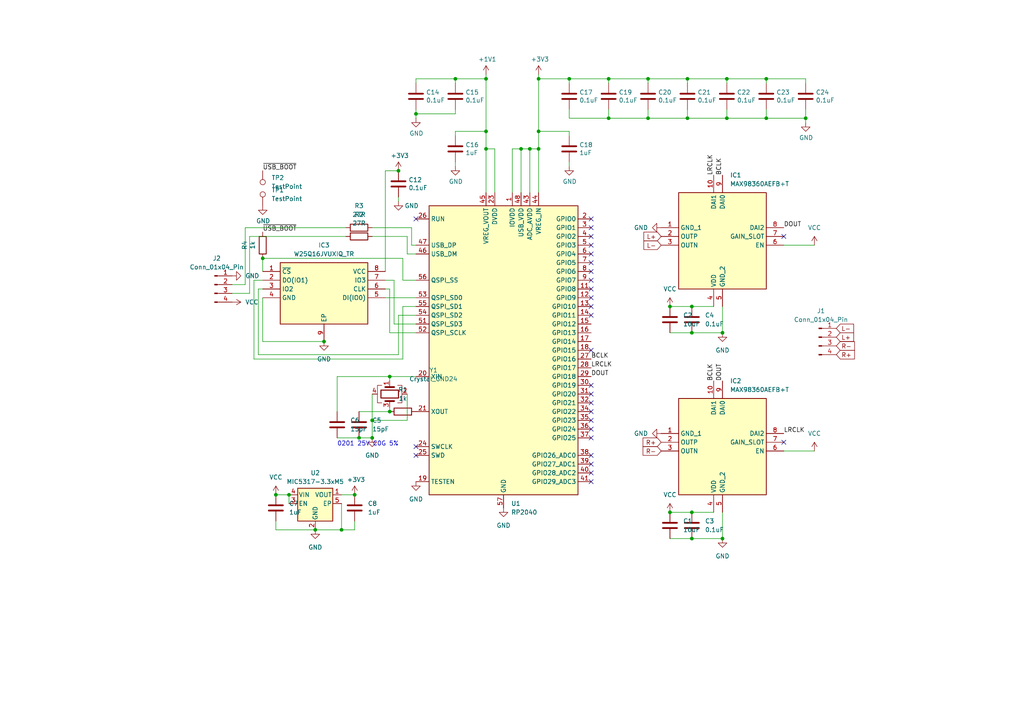
<source format=kicad_sch>
(kicad_sch (version 20230121) (generator eeschema)

  (uuid 127a684f-a164-4c21-a0eb-ed7eeda02184)

  (paper "A4")

  (lib_symbols
    (symbol "Connector:Conn_01x04_Pin" (pin_names (offset 1.016) hide) (in_bom yes) (on_board yes)
      (property "Reference" "J" (at 0 5.08 0)
        (effects (font (size 1.27 1.27)))
      )
      (property "Value" "Conn_01x04_Pin" (at 0 -7.62 0)
        (effects (font (size 1.27 1.27)))
      )
      (property "Footprint" "" (at 0 0 0)
        (effects (font (size 1.27 1.27)) hide)
      )
      (property "Datasheet" "~" (at 0 0 0)
        (effects (font (size 1.27 1.27)) hide)
      )
      (property "ki_locked" "" (at 0 0 0)
        (effects (font (size 1.27 1.27)))
      )
      (property "ki_keywords" "connector" (at 0 0 0)
        (effects (font (size 1.27 1.27)) hide)
      )
      (property "ki_description" "Generic connector, single row, 01x04, script generated" (at 0 0 0)
        (effects (font (size 1.27 1.27)) hide)
      )
      (property "ki_fp_filters" "Connector*:*_1x??_*" (at 0 0 0)
        (effects (font (size 1.27 1.27)) hide)
      )
      (symbol "Conn_01x04_Pin_1_1"
        (polyline
          (pts
            (xy 1.27 -5.08)
            (xy 0.8636 -5.08)
          )
          (stroke (width 0.1524) (type default))
          (fill (type none))
        )
        (polyline
          (pts
            (xy 1.27 -2.54)
            (xy 0.8636 -2.54)
          )
          (stroke (width 0.1524) (type default))
          (fill (type none))
        )
        (polyline
          (pts
            (xy 1.27 0)
            (xy 0.8636 0)
          )
          (stroke (width 0.1524) (type default))
          (fill (type none))
        )
        (polyline
          (pts
            (xy 1.27 2.54)
            (xy 0.8636 2.54)
          )
          (stroke (width 0.1524) (type default))
          (fill (type none))
        )
        (rectangle (start 0.8636 -4.953) (end 0 -5.207)
          (stroke (width 0.1524) (type default))
          (fill (type outline))
        )
        (rectangle (start 0.8636 -2.413) (end 0 -2.667)
          (stroke (width 0.1524) (type default))
          (fill (type outline))
        )
        (rectangle (start 0.8636 0.127) (end 0 -0.127)
          (stroke (width 0.1524) (type default))
          (fill (type outline))
        )
        (rectangle (start 0.8636 2.667) (end 0 2.413)
          (stroke (width 0.1524) (type default))
          (fill (type outline))
        )
        (pin passive line (at 5.08 2.54 180) (length 3.81)
          (name "Pin_1" (effects (font (size 1.27 1.27))))
          (number "1" (effects (font (size 1.27 1.27))))
        )
        (pin passive line (at 5.08 0 180) (length 3.81)
          (name "Pin_2" (effects (font (size 1.27 1.27))))
          (number "2" (effects (font (size 1.27 1.27))))
        )
        (pin passive line (at 5.08 -2.54 180) (length 3.81)
          (name "Pin_3" (effects (font (size 1.27 1.27))))
          (number "3" (effects (font (size 1.27 1.27))))
        )
        (pin passive line (at 5.08 -5.08 180) (length 3.81)
          (name "Pin_4" (effects (font (size 1.27 1.27))))
          (number "4" (effects (font (size 1.27 1.27))))
        )
      )
    )
    (symbol "Connector:TestPoint" (pin_numbers hide) (pin_names (offset 0.762) hide) (in_bom yes) (on_board yes)
      (property "Reference" "TP" (at 0 6.858 0)
        (effects (font (size 1.27 1.27)))
      )
      (property "Value" "TestPoint" (at 0 5.08 0)
        (effects (font (size 1.27 1.27)))
      )
      (property "Footprint" "" (at 5.08 0 0)
        (effects (font (size 1.27 1.27)) hide)
      )
      (property "Datasheet" "~" (at 5.08 0 0)
        (effects (font (size 1.27 1.27)) hide)
      )
      (property "ki_keywords" "test point tp" (at 0 0 0)
        (effects (font (size 1.27 1.27)) hide)
      )
      (property "ki_description" "test point" (at 0 0 0)
        (effects (font (size 1.27 1.27)) hide)
      )
      (property "ki_fp_filters" "Pin* Test*" (at 0 0 0)
        (effects (font (size 1.27 1.27)) hide)
      )
      (symbol "TestPoint_0_1"
        (circle (center 0 3.302) (radius 0.762)
          (stroke (width 0) (type default))
          (fill (type none))
        )
      )
      (symbol "TestPoint_1_1"
        (pin passive line (at 0 0 90) (length 2.54)
          (name "1" (effects (font (size 1.27 1.27))))
          (number "1" (effects (font (size 1.27 1.27))))
        )
      )
    )
    (symbol "Device:C" (pin_numbers hide) (pin_names (offset 0.254)) (in_bom yes) (on_board yes)
      (property "Reference" "C" (at 0.635 2.54 0)
        (effects (font (size 1.27 1.27)) (justify left))
      )
      (property "Value" "C" (at 0.635 -2.54 0)
        (effects (font (size 1.27 1.27)) (justify left))
      )
      (property "Footprint" "" (at 0.9652 -3.81 0)
        (effects (font (size 1.27 1.27)) hide)
      )
      (property "Datasheet" "~" (at 0 0 0)
        (effects (font (size 1.27 1.27)) hide)
      )
      (property "ki_keywords" "cap capacitor" (at 0 0 0)
        (effects (font (size 1.27 1.27)) hide)
      )
      (property "ki_description" "Unpolarized capacitor" (at 0 0 0)
        (effects (font (size 1.27 1.27)) hide)
      )
      (property "ki_fp_filters" "C_*" (at 0 0 0)
        (effects (font (size 1.27 1.27)) hide)
      )
      (symbol "C_0_1"
        (polyline
          (pts
            (xy -2.032 -0.762)
            (xy 2.032 -0.762)
          )
          (stroke (width 0.508) (type default))
          (fill (type none))
        )
        (polyline
          (pts
            (xy -2.032 0.762)
            (xy 2.032 0.762)
          )
          (stroke (width 0.508) (type default))
          (fill (type none))
        )
      )
      (symbol "C_1_1"
        (pin passive line (at 0 3.81 270) (length 2.794)
          (name "~" (effects (font (size 1.27 1.27))))
          (number "1" (effects (font (size 1.27 1.27))))
        )
        (pin passive line (at 0 -3.81 90) (length 2.794)
          (name "~" (effects (font (size 1.27 1.27))))
          (number "2" (effects (font (size 1.27 1.27))))
        )
      )
    )
    (symbol "Device:Crystal_GND24" (pin_names (offset 1.016) hide) (in_bom yes) (on_board yes)
      (property "Reference" "Y" (at 3.175 5.08 0)
        (effects (font (size 1.27 1.27)) (justify left))
      )
      (property "Value" "Crystal_GND24" (at 3.175 3.175 0)
        (effects (font (size 1.27 1.27)) (justify left))
      )
      (property "Footprint" "" (at 0 0 0)
        (effects (font (size 1.27 1.27)) hide)
      )
      (property "Datasheet" "~" (at 0 0 0)
        (effects (font (size 1.27 1.27)) hide)
      )
      (property "ki_keywords" "quartz ceramic resonator oscillator" (at 0 0 0)
        (effects (font (size 1.27 1.27)) hide)
      )
      (property "ki_description" "Four pin crystal, GND on pins 2 and 4" (at 0 0 0)
        (effects (font (size 1.27 1.27)) hide)
      )
      (property "ki_fp_filters" "Crystal*" (at 0 0 0)
        (effects (font (size 1.27 1.27)) hide)
      )
      (symbol "Crystal_GND24_0_1"
        (rectangle (start -1.143 2.54) (end 1.143 -2.54)
          (stroke (width 0.3048) (type default))
          (fill (type none))
        )
        (polyline
          (pts
            (xy -2.54 0)
            (xy -2.032 0)
          )
          (stroke (width 0) (type default))
          (fill (type none))
        )
        (polyline
          (pts
            (xy -2.032 -1.27)
            (xy -2.032 1.27)
          )
          (stroke (width 0.508) (type default))
          (fill (type none))
        )
        (polyline
          (pts
            (xy 0 -3.81)
            (xy 0 -3.556)
          )
          (stroke (width 0) (type default))
          (fill (type none))
        )
        (polyline
          (pts
            (xy 0 3.556)
            (xy 0 3.81)
          )
          (stroke (width 0) (type default))
          (fill (type none))
        )
        (polyline
          (pts
            (xy 2.032 -1.27)
            (xy 2.032 1.27)
          )
          (stroke (width 0.508) (type default))
          (fill (type none))
        )
        (polyline
          (pts
            (xy 2.032 0)
            (xy 2.54 0)
          )
          (stroke (width 0) (type default))
          (fill (type none))
        )
        (polyline
          (pts
            (xy -2.54 -2.286)
            (xy -2.54 -3.556)
            (xy 2.54 -3.556)
            (xy 2.54 -2.286)
          )
          (stroke (width 0) (type default))
          (fill (type none))
        )
        (polyline
          (pts
            (xy -2.54 2.286)
            (xy -2.54 3.556)
            (xy 2.54 3.556)
            (xy 2.54 2.286)
          )
          (stroke (width 0) (type default))
          (fill (type none))
        )
      )
      (symbol "Crystal_GND24_1_1"
        (pin passive line (at -3.81 0 0) (length 1.27)
          (name "1" (effects (font (size 1.27 1.27))))
          (number "1" (effects (font (size 1.27 1.27))))
        )
        (pin passive line (at 0 5.08 270) (length 1.27)
          (name "2" (effects (font (size 1.27 1.27))))
          (number "2" (effects (font (size 1.27 1.27))))
        )
        (pin passive line (at 3.81 0 180) (length 1.27)
          (name "3" (effects (font (size 1.27 1.27))))
          (number "3" (effects (font (size 1.27 1.27))))
        )
        (pin passive line (at 0 -5.08 90) (length 1.27)
          (name "4" (effects (font (size 1.27 1.27))))
          (number "4" (effects (font (size 1.27 1.27))))
        )
      )
    )
    (symbol "Device:R" (pin_numbers hide) (pin_names (offset 0)) (in_bom yes) (on_board yes)
      (property "Reference" "R" (at 2.032 0 90)
        (effects (font (size 1.27 1.27)))
      )
      (property "Value" "R" (at 0 0 90)
        (effects (font (size 1.27 1.27)))
      )
      (property "Footprint" "" (at -1.778 0 90)
        (effects (font (size 1.27 1.27)) hide)
      )
      (property "Datasheet" "~" (at 0 0 0)
        (effects (font (size 1.27 1.27)) hide)
      )
      (property "ki_keywords" "R res resistor" (at 0 0 0)
        (effects (font (size 1.27 1.27)) hide)
      )
      (property "ki_description" "Resistor" (at 0 0 0)
        (effects (font (size 1.27 1.27)) hide)
      )
      (property "ki_fp_filters" "R_*" (at 0 0 0)
        (effects (font (size 1.27 1.27)) hide)
      )
      (symbol "R_0_1"
        (rectangle (start -1.016 -2.54) (end 1.016 2.54)
          (stroke (width 0.254) (type default))
          (fill (type none))
        )
      )
      (symbol "R_1_1"
        (pin passive line (at 0 3.81 270) (length 1.27)
          (name "~" (effects (font (size 1.27 1.27))))
          (number "1" (effects (font (size 1.27 1.27))))
        )
        (pin passive line (at 0 -3.81 90) (length 1.27)
          (name "~" (effects (font (size 1.27 1.27))))
          (number "2" (effects (font (size 1.27 1.27))))
        )
      )
    )
    (symbol "MCU_RaspberryPi:RP2040" (in_bom yes) (on_board yes)
      (property "Reference" "U" (at 17.78 45.72 0)
        (effects (font (size 1.27 1.27)))
      )
      (property "Value" "RP2040" (at 17.78 43.18 0)
        (effects (font (size 1.27 1.27)))
      )
      (property "Footprint" "Package_DFN_QFN:QFN-56-1EP_7x7mm_P0.4mm_EP3.2x3.2mm" (at 0 0 0)
        (effects (font (size 1.27 1.27)) hide)
      )
      (property "Datasheet" "https://datasheets.raspberrypi.com/rp2040/rp2040-datasheet.pdf" (at 0 0 0)
        (effects (font (size 1.27 1.27)) hide)
      )
      (property "ki_keywords" "RP2040 ARM Cortex-M0+ USB" (at 0 0 0)
        (effects (font (size 1.27 1.27)) hide)
      )
      (property "ki_description" "A microcontroller by Raspberry Pi" (at 0 0 0)
        (effects (font (size 1.27 1.27)) hide)
      )
      (property "ki_fp_filters" "QFN*1EP*7x7mm?P0.4mm*" (at 0 0 0)
        (effects (font (size 1.27 1.27)) hide)
      )
      (symbol "RP2040_0_1"
        (rectangle (start -21.59 41.91) (end 21.59 -41.91)
          (stroke (width 0.254) (type default))
          (fill (type background))
        )
      )
      (symbol "RP2040_1_1"
        (pin power_in line (at 2.54 45.72 270) (length 3.81)
          (name "IOVDD" (effects (font (size 1.27 1.27))))
          (number "1" (effects (font (size 1.27 1.27))))
        )
        (pin passive line (at 2.54 45.72 270) (length 3.81) hide
          (name "IOVDD" (effects (font (size 1.27 1.27))))
          (number "10" (effects (font (size 1.27 1.27))))
        )
        (pin bidirectional line (at 25.4 17.78 180) (length 3.81)
          (name "GPIO8" (effects (font (size 1.27 1.27))))
          (number "11" (effects (font (size 1.27 1.27))))
        )
        (pin bidirectional line (at 25.4 15.24 180) (length 3.81)
          (name "GPIO9" (effects (font (size 1.27 1.27))))
          (number "12" (effects (font (size 1.27 1.27))))
        )
        (pin bidirectional line (at 25.4 12.7 180) (length 3.81)
          (name "GPIO10" (effects (font (size 1.27 1.27))))
          (number "13" (effects (font (size 1.27 1.27))))
        )
        (pin bidirectional line (at 25.4 10.16 180) (length 3.81)
          (name "GPIO11" (effects (font (size 1.27 1.27))))
          (number "14" (effects (font (size 1.27 1.27))))
        )
        (pin bidirectional line (at 25.4 7.62 180) (length 3.81)
          (name "GPIO12" (effects (font (size 1.27 1.27))))
          (number "15" (effects (font (size 1.27 1.27))))
        )
        (pin bidirectional line (at 25.4 5.08 180) (length 3.81)
          (name "GPIO13" (effects (font (size 1.27 1.27))))
          (number "16" (effects (font (size 1.27 1.27))))
        )
        (pin bidirectional line (at 25.4 2.54 180) (length 3.81)
          (name "GPIO14" (effects (font (size 1.27 1.27))))
          (number "17" (effects (font (size 1.27 1.27))))
        )
        (pin bidirectional line (at 25.4 0 180) (length 3.81)
          (name "GPIO15" (effects (font (size 1.27 1.27))))
          (number "18" (effects (font (size 1.27 1.27))))
        )
        (pin input line (at -25.4 -38.1 0) (length 3.81)
          (name "TESTEN" (effects (font (size 1.27 1.27))))
          (number "19" (effects (font (size 1.27 1.27))))
        )
        (pin bidirectional line (at 25.4 38.1 180) (length 3.81)
          (name "GPIO0" (effects (font (size 1.27 1.27))))
          (number "2" (effects (font (size 1.27 1.27))))
        )
        (pin input line (at -25.4 -7.62 0) (length 3.81)
          (name "XIN" (effects (font (size 1.27 1.27))))
          (number "20" (effects (font (size 1.27 1.27))))
        )
        (pin passive line (at -25.4 -17.78 0) (length 3.81)
          (name "XOUT" (effects (font (size 1.27 1.27))))
          (number "21" (effects (font (size 1.27 1.27))))
        )
        (pin passive line (at 2.54 45.72 270) (length 3.81) hide
          (name "IOVDD" (effects (font (size 1.27 1.27))))
          (number "22" (effects (font (size 1.27 1.27))))
        )
        (pin power_in line (at -2.54 45.72 270) (length 3.81)
          (name "DVDD" (effects (font (size 1.27 1.27))))
          (number "23" (effects (font (size 1.27 1.27))))
        )
        (pin input line (at -25.4 -27.94 0) (length 3.81)
          (name "SWCLK" (effects (font (size 1.27 1.27))))
          (number "24" (effects (font (size 1.27 1.27))))
        )
        (pin bidirectional line (at -25.4 -30.48 0) (length 3.81)
          (name "SWD" (effects (font (size 1.27 1.27))))
          (number "25" (effects (font (size 1.27 1.27))))
        )
        (pin input line (at -25.4 38.1 0) (length 3.81)
          (name "RUN" (effects (font (size 1.27 1.27))))
          (number "26" (effects (font (size 1.27 1.27))))
        )
        (pin bidirectional line (at 25.4 -2.54 180) (length 3.81)
          (name "GPIO16" (effects (font (size 1.27 1.27))))
          (number "27" (effects (font (size 1.27 1.27))))
        )
        (pin bidirectional line (at 25.4 -5.08 180) (length 3.81)
          (name "GPIO17" (effects (font (size 1.27 1.27))))
          (number "28" (effects (font (size 1.27 1.27))))
        )
        (pin bidirectional line (at 25.4 -7.62 180) (length 3.81)
          (name "GPIO18" (effects (font (size 1.27 1.27))))
          (number "29" (effects (font (size 1.27 1.27))))
        )
        (pin bidirectional line (at 25.4 35.56 180) (length 3.81)
          (name "GPIO1" (effects (font (size 1.27 1.27))))
          (number "3" (effects (font (size 1.27 1.27))))
        )
        (pin bidirectional line (at 25.4 -10.16 180) (length 3.81)
          (name "GPIO19" (effects (font (size 1.27 1.27))))
          (number "30" (effects (font (size 1.27 1.27))))
        )
        (pin bidirectional line (at 25.4 -12.7 180) (length 3.81)
          (name "GPIO20" (effects (font (size 1.27 1.27))))
          (number "31" (effects (font (size 1.27 1.27))))
        )
        (pin bidirectional line (at 25.4 -15.24 180) (length 3.81)
          (name "GPIO21" (effects (font (size 1.27 1.27))))
          (number "32" (effects (font (size 1.27 1.27))))
        )
        (pin passive line (at 2.54 45.72 270) (length 3.81) hide
          (name "IOVDD" (effects (font (size 1.27 1.27))))
          (number "33" (effects (font (size 1.27 1.27))))
        )
        (pin bidirectional line (at 25.4 -17.78 180) (length 3.81)
          (name "GPIO22" (effects (font (size 1.27 1.27))))
          (number "34" (effects (font (size 1.27 1.27))))
        )
        (pin bidirectional line (at 25.4 -20.32 180) (length 3.81)
          (name "GPIO23" (effects (font (size 1.27 1.27))))
          (number "35" (effects (font (size 1.27 1.27))))
        )
        (pin bidirectional line (at 25.4 -22.86 180) (length 3.81)
          (name "GPIO24" (effects (font (size 1.27 1.27))))
          (number "36" (effects (font (size 1.27 1.27))))
        )
        (pin bidirectional line (at 25.4 -25.4 180) (length 3.81)
          (name "GPIO25" (effects (font (size 1.27 1.27))))
          (number "37" (effects (font (size 1.27 1.27))))
        )
        (pin bidirectional line (at 25.4 -30.48 180) (length 3.81)
          (name "GPIO26_ADC0" (effects (font (size 1.27 1.27))))
          (number "38" (effects (font (size 1.27 1.27))))
        )
        (pin bidirectional line (at 25.4 -33.02 180) (length 3.81)
          (name "GPIO27_ADC1" (effects (font (size 1.27 1.27))))
          (number "39" (effects (font (size 1.27 1.27))))
        )
        (pin bidirectional line (at 25.4 33.02 180) (length 3.81)
          (name "GPIO2" (effects (font (size 1.27 1.27))))
          (number "4" (effects (font (size 1.27 1.27))))
        )
        (pin bidirectional line (at 25.4 -35.56 180) (length 3.81)
          (name "GPIO28_ADC2" (effects (font (size 1.27 1.27))))
          (number "40" (effects (font (size 1.27 1.27))))
        )
        (pin bidirectional line (at 25.4 -38.1 180) (length 3.81)
          (name "GPIO29_ADC3" (effects (font (size 1.27 1.27))))
          (number "41" (effects (font (size 1.27 1.27))))
        )
        (pin passive line (at 2.54 45.72 270) (length 3.81) hide
          (name "IOVDD" (effects (font (size 1.27 1.27))))
          (number "42" (effects (font (size 1.27 1.27))))
        )
        (pin power_in line (at 7.62 45.72 270) (length 3.81)
          (name "ADC_AVDD" (effects (font (size 1.27 1.27))))
          (number "43" (effects (font (size 1.27 1.27))))
        )
        (pin power_in line (at 10.16 45.72 270) (length 3.81)
          (name "VREG_IN" (effects (font (size 1.27 1.27))))
          (number "44" (effects (font (size 1.27 1.27))))
        )
        (pin power_out line (at -5.08 45.72 270) (length 3.81)
          (name "VREG_VOUT" (effects (font (size 1.27 1.27))))
          (number "45" (effects (font (size 1.27 1.27))))
        )
        (pin bidirectional line (at -25.4 27.94 0) (length 3.81)
          (name "USB_DM" (effects (font (size 1.27 1.27))))
          (number "46" (effects (font (size 1.27 1.27))))
        )
        (pin bidirectional line (at -25.4 30.48 0) (length 3.81)
          (name "USB_DP" (effects (font (size 1.27 1.27))))
          (number "47" (effects (font (size 1.27 1.27))))
        )
        (pin power_in line (at 5.08 45.72 270) (length 3.81)
          (name "USB_VDD" (effects (font (size 1.27 1.27))))
          (number "48" (effects (font (size 1.27 1.27))))
        )
        (pin passive line (at 2.54 45.72 270) (length 3.81) hide
          (name "IOVDD" (effects (font (size 1.27 1.27))))
          (number "49" (effects (font (size 1.27 1.27))))
        )
        (pin bidirectional line (at 25.4 30.48 180) (length 3.81)
          (name "GPIO3" (effects (font (size 1.27 1.27))))
          (number "5" (effects (font (size 1.27 1.27))))
        )
        (pin passive line (at -2.54 45.72 270) (length 3.81) hide
          (name "DVDD" (effects (font (size 1.27 1.27))))
          (number "50" (effects (font (size 1.27 1.27))))
        )
        (pin bidirectional line (at -25.4 7.62 0) (length 3.81)
          (name "QSPI_SD3" (effects (font (size 1.27 1.27))))
          (number "51" (effects (font (size 1.27 1.27))))
        )
        (pin output line (at -25.4 5.08 0) (length 3.81)
          (name "QSPI_SCLK" (effects (font (size 1.27 1.27))))
          (number "52" (effects (font (size 1.27 1.27))))
        )
        (pin bidirectional line (at -25.4 15.24 0) (length 3.81)
          (name "QSPI_SD0" (effects (font (size 1.27 1.27))))
          (number "53" (effects (font (size 1.27 1.27))))
        )
        (pin bidirectional line (at -25.4 10.16 0) (length 3.81)
          (name "QSPI_SD2" (effects (font (size 1.27 1.27))))
          (number "54" (effects (font (size 1.27 1.27))))
        )
        (pin bidirectional line (at -25.4 12.7 0) (length 3.81)
          (name "QSPI_SD1" (effects (font (size 1.27 1.27))))
          (number "55" (effects (font (size 1.27 1.27))))
        )
        (pin bidirectional line (at -25.4 20.32 0) (length 3.81)
          (name "QSPI_SS" (effects (font (size 1.27 1.27))))
          (number "56" (effects (font (size 1.27 1.27))))
        )
        (pin power_in line (at 0 -45.72 90) (length 3.81)
          (name "GND" (effects (font (size 1.27 1.27))))
          (number "57" (effects (font (size 1.27 1.27))))
        )
        (pin bidirectional line (at 25.4 27.94 180) (length 3.81)
          (name "GPIO4" (effects (font (size 1.27 1.27))))
          (number "6" (effects (font (size 1.27 1.27))))
        )
        (pin bidirectional line (at 25.4 25.4 180) (length 3.81)
          (name "GPIO5" (effects (font (size 1.27 1.27))))
          (number "7" (effects (font (size 1.27 1.27))))
        )
        (pin bidirectional line (at 25.4 22.86 180) (length 3.81)
          (name "GPIO6" (effects (font (size 1.27 1.27))))
          (number "8" (effects (font (size 1.27 1.27))))
        )
        (pin bidirectional line (at 25.4 20.32 180) (length 3.81)
          (name "GPIO7" (effects (font (size 1.27 1.27))))
          (number "9" (effects (font (size 1.27 1.27))))
        )
      )
    )
    (symbol "Regulator_Linear:MIC5317-3.3xM5" (pin_names (offset 0.254)) (in_bom yes) (on_board yes)
      (property "Reference" "U2" (at 0 8.89 0)
        (effects (font (size 1.27 1.27)))
      )
      (property "Value" "MIC5317-3.3xM5" (at 0 6.35 0)
        (effects (font (size 1.27 1.27)))
      )
      (property "Footprint" "Package_DFN_QFN:UDFN-4-1EP_1x1mm_P0.65mm_EP0.48x0.48mm" (at 0 8.89 0)
        (effects (font (size 1.27 1.27)) hide)
      )
      (property "Datasheet" "https://ww1.microchip.com/downloads/aemDocuments/documents/OTH/ProductDocuments/DataSheets/MIC5317-High-Performance-Single-150mA-LDO-DS20006195B.pdf" (at -7.62 20.32 0)
        (effects (font (size 1.27 1.27)) hide)
      )
      (property "ki_keywords" "LDO voltage regulator" (at 0 0 0)
        (effects (font (size 1.27 1.27)) hide)
      )
      (property "ki_description" "150mA Low-dropout Voltage Regulator, Vout 3.3V, Vin up to 6V, SOT23-5" (at 0 0 0)
        (effects (font (size 1.27 1.27)) hide)
      )
      (property "ki_fp_filters" "SOT?23*" (at 0 0 0)
        (effects (font (size 1.27 1.27)) hide)
      )
      (symbol "MIC5317-3.3xM5_0_1"
        (rectangle (start -5.08 4.445) (end 5.08 -5.08)
          (stroke (width 0.254) (type default))
          (fill (type background))
        )
      )
      (symbol "MIC5317-3.3xM5_1_1"
        (pin power_out line (at 7.62 2.54 180) (length 2.54)
          (name "VOUT" (effects (font (size 1.27 1.27))))
          (number "1" (effects (font (size 1.27 1.27))))
        )
        (pin power_in line (at 0 -7.62 90) (length 2.54)
          (name "GND" (effects (font (size 1.27 1.27))))
          (number "2" (effects (font (size 1.27 1.27))))
        )
        (pin input line (at -7.62 0 0) (length 2.54)
          (name "EN" (effects (font (size 1.27 1.27))))
          (number "3" (effects (font (size 1.27 1.27))))
        )
        (pin power_in line (at -7.62 2.54 0) (length 2.54)
          (name "VIN" (effects (font (size 1.27 1.27))))
          (number "4" (effects (font (size 1.27 1.27))))
        )
        (pin free line (at 7.62 0 180) (length 2.54)
          (name "EP" (effects (font (size 1.27 1.27))))
          (number "5" (effects (font (size 1.27 1.27))))
        )
      )
    )
    (symbol "SamacSys_Parts:MAX98360AEFB+T" (in_bom yes) (on_board yes)
      (property "Reference" "IC" (at 31.75 15.24 0)
        (effects (font (size 1.27 1.27)) (justify left top))
      )
      (property "Value" "MAX98360AEFB+T" (at 31.75 12.7 0)
        (effects (font (size 1.27 1.27)) (justify left top))
      )
      (property "Footprint" "MAX98360AEFB" (at 31.75 -87.3 0)
        (effects (font (size 1.27 1.27)) (justify left top) hide)
      )
      (property "Datasheet" "https://www.mouser.jp/datasheet/2/256/MAX98360A-MAX98360D-1839867.pdf" (at 31.75 -187.3 0)
        (effects (font (size 1.27 1.27)) (justify left top) hide)
      )
      (property "Height" "" (at 31.75 -387.3 0)
        (effects (font (size 1.27 1.27)) (justify left top) hide)
      )
      (property "Mouser Part Number" "700-MAX98360AEFB+T" (at 31.75 -487.3 0)
        (effects (font (size 1.27 1.27)) (justify left top) hide)
      )
      (property "Mouser Price/Stock" "https://www.mouser.co.uk/ProductDetail/Maxim-Integrated/MAX98360AEFB%2bT?qs=vHuUswq2%252Bsw0l9dGnH5G9w%3D%3D" (at 31.75 -587.3 0)
        (effects (font (size 1.27 1.27)) (justify left top) hide)
      )
      (property "Manufacturer_Name" "Analog Devices" (at 31.75 -687.3 0)
        (effects (font (size 1.27 1.27)) (justify left top) hide)
      )
      (property "Manufacturer_Part_Number" "MAX98360AEFB+T" (at 31.75 -787.3 0)
        (effects (font (size 1.27 1.27)) (justify left top) hide)
      )
      (property "ki_description" "Audio Amplifiers Digital Class D with 1.2 V Digital supply" (at 0 0 0)
        (effects (font (size 1.27 1.27)) hide)
      )
      (symbol "MAX98360AEFB+T_1_1"
        (rectangle (start 5.08 10.16) (end 30.48 -17.78)
          (stroke (width 0.254) (type default))
          (fill (type background))
        )
        (pin passive line (at 0 0 0) (length 5.08)
          (name "GND_1" (effects (font (size 1.27 1.27))))
          (number "1" (effects (font (size 1.27 1.27))))
        )
        (pin passive line (at 15.24 15.24 270) (length 5.08)
          (name "DAI1" (effects (font (size 1.27 1.27))))
          (number "10" (effects (font (size 1.27 1.27))))
        )
        (pin passive line (at 0 -2.54 0) (length 5.08)
          (name "OUTP" (effects (font (size 1.27 1.27))))
          (number "2" (effects (font (size 1.27 1.27))))
        )
        (pin passive line (at 0 -5.08 0) (length 5.08)
          (name "OUTN" (effects (font (size 1.27 1.27))))
          (number "3" (effects (font (size 1.27 1.27))))
        )
        (pin passive line (at 15.24 -22.86 90) (length 5.08)
          (name "VDD" (effects (font (size 1.27 1.27))))
          (number "4" (effects (font (size 1.27 1.27))))
        )
        (pin passive line (at 17.78 -22.86 90) (length 5.08)
          (name "GND_2" (effects (font (size 1.27 1.27))))
          (number "5" (effects (font (size 1.27 1.27))))
        )
        (pin passive line (at 35.56 -5.08 180) (length 5.08)
          (name "EN" (effects (font (size 1.27 1.27))))
          (number "6" (effects (font (size 1.27 1.27))))
        )
        (pin passive line (at 35.56 -2.54 180) (length 5.08)
          (name "GAIN_SLOT" (effects (font (size 1.27 1.27))))
          (number "7" (effects (font (size 1.27 1.27))))
        )
        (pin passive line (at 35.56 0 180) (length 5.08)
          (name "DAI2" (effects (font (size 1.27 1.27))))
          (number "8" (effects (font (size 1.27 1.27))))
        )
        (pin passive line (at 17.78 15.24 270) (length 5.08)
          (name "DAI0" (effects (font (size 1.27 1.27))))
          (number "9" (effects (font (size 1.27 1.27))))
        )
      )
    )
    (symbol "SamacSys_Parts:W25Q16JVUXIQ_TR" (in_bom yes) (on_board yes)
      (property "Reference" "IC" (at 31.75 7.62 0)
        (effects (font (size 1.27 1.27)) (justify left top))
      )
      (property "Value" "W25Q16JVUXIQ_TR" (at 31.75 5.08 0)
        (effects (font (size 1.27 1.27)) (justify left top))
      )
      (property "Footprint" "SON50P300X200X60-9N" (at 31.75 -94.92 0)
        (effects (font (size 1.27 1.27)) (justify left top) hide)
      )
      (property "Datasheet" "https://componentsearchengine.com/Datasheets/1/W25Q16JVUXIQ TR.pdf" (at 31.75 -194.92 0)
        (effects (font (size 1.27 1.27)) (justify left top) hide)
      )
      (property "Height" "0.6" (at 31.75 -394.92 0)
        (effects (font (size 1.27 1.27)) (justify left top) hide)
      )
      (property "Mouser Part Number" "454-W25Q16JVUXIQTR" (at 31.75 -494.92 0)
        (effects (font (size 1.27 1.27)) (justify left top) hide)
      )
      (property "Mouser Price/Stock" "https://www.mouser.co.uk/ProductDetail/Winbond/W25Q16JVUXIQ-TR?qs=qSfuJ%252Bfl%2Fd7SDdIHLGOd1g%3D%3D" (at 31.75 -594.92 0)
        (effects (font (size 1.27 1.27)) (justify left top) hide)
      )
      (property "Manufacturer_Name" "Winbond" (at 31.75 -694.92 0)
        (effects (font (size 1.27 1.27)) (justify left top) hide)
      )
      (property "Manufacturer_Part_Number" "W25Q16JVUXIQ TR" (at 31.75 -794.92 0)
        (effects (font (size 1.27 1.27)) (justify left top) hide)
      )
      (property "ki_description" "NOR Flash spiFlash, 3V, 16M-bit, 4Kb Uniform Sector, DTR" (at 0 0 0)
        (effects (font (size 1.27 1.27)) hide)
      )
      (symbol "W25Q16JVUXIQ_TR_1_1"
        (rectangle (start 5.08 2.54) (end 30.48 -15.24)
          (stroke (width 0.254) (type default))
          (fill (type background))
        )
        (pin passive line (at 0 0 0) (length 5.08)
          (name "~{CS}" (effects (font (size 1.27 1.27))))
          (number "1" (effects (font (size 1.27 1.27))))
        )
        (pin passive line (at 0 -2.54 0) (length 5.08)
          (name "DO(IO1)" (effects (font (size 1.27 1.27))))
          (number "2" (effects (font (size 1.27 1.27))))
        )
        (pin passive line (at 0 -5.08 0) (length 5.08)
          (name "IO2" (effects (font (size 1.27 1.27))))
          (number "3" (effects (font (size 1.27 1.27))))
        )
        (pin passive line (at 0 -7.62 0) (length 5.08)
          (name "GND" (effects (font (size 1.27 1.27))))
          (number "4" (effects (font (size 1.27 1.27))))
        )
        (pin passive line (at 35.56 -7.62 180) (length 5.08)
          (name "DI(IO0)" (effects (font (size 1.27 1.27))))
          (number "5" (effects (font (size 1.27 1.27))))
        )
        (pin passive line (at 35.56 -5.08 180) (length 5.08)
          (name "CLK" (effects (font (size 1.27 1.27))))
          (number "6" (effects (font (size 1.27 1.27))))
        )
        (pin passive line (at 35.56 -2.54 180) (length 5.08)
          (name "IO3" (effects (font (size 1.27 1.27))))
          (number "7" (effects (font (size 1.27 1.27))))
        )
        (pin passive line (at 35.56 0 180) (length 5.08)
          (name "VCC" (effects (font (size 1.27 1.27))))
          (number "8" (effects (font (size 1.27 1.27))))
        )
        (pin passive line (at 17.78 -20.32 90) (length 5.08)
          (name "EP" (effects (font (size 1.27 1.27))))
          (number "9" (effects (font (size 1.27 1.27))))
        )
      )
    )
    (symbol "power:+1V1" (power) (pin_names (offset 0)) (in_bom yes) (on_board yes)
      (property "Reference" "#PWR" (at 0 -3.81 0)
        (effects (font (size 1.27 1.27)) hide)
      )
      (property "Value" "+1V1" (at 0 3.556 0)
        (effects (font (size 1.27 1.27)))
      )
      (property "Footprint" "" (at 0 0 0)
        (effects (font (size 1.27 1.27)) hide)
      )
      (property "Datasheet" "" (at 0 0 0)
        (effects (font (size 1.27 1.27)) hide)
      )
      (property "ki_keywords" "global power" (at 0 0 0)
        (effects (font (size 1.27 1.27)) hide)
      )
      (property "ki_description" "Power symbol creates a global label with name \"+1V1\"" (at 0 0 0)
        (effects (font (size 1.27 1.27)) hide)
      )
      (symbol "+1V1_0_1"
        (polyline
          (pts
            (xy -0.762 1.27)
            (xy 0 2.54)
          )
          (stroke (width 0) (type default))
          (fill (type none))
        )
        (polyline
          (pts
            (xy 0 0)
            (xy 0 2.54)
          )
          (stroke (width 0) (type default))
          (fill (type none))
        )
        (polyline
          (pts
            (xy 0 2.54)
            (xy 0.762 1.27)
          )
          (stroke (width 0) (type default))
          (fill (type none))
        )
      )
      (symbol "+1V1_1_1"
        (pin power_in line (at 0 0 90) (length 0) hide
          (name "+1V1" (effects (font (size 1.27 1.27))))
          (number "1" (effects (font (size 1.27 1.27))))
        )
      )
    )
    (symbol "power:+3V3" (power) (pin_names (offset 0)) (in_bom yes) (on_board yes)
      (property "Reference" "#PWR" (at 0 -3.81 0)
        (effects (font (size 1.27 1.27)) hide)
      )
      (property "Value" "+3V3" (at 0 3.556 0)
        (effects (font (size 1.27 1.27)))
      )
      (property "Footprint" "" (at 0 0 0)
        (effects (font (size 1.27 1.27)) hide)
      )
      (property "Datasheet" "" (at 0 0 0)
        (effects (font (size 1.27 1.27)) hide)
      )
      (property "ki_keywords" "global power" (at 0 0 0)
        (effects (font (size 1.27 1.27)) hide)
      )
      (property "ki_description" "Power symbol creates a global label with name \"+3V3\"" (at 0 0 0)
        (effects (font (size 1.27 1.27)) hide)
      )
      (symbol "+3V3_0_1"
        (polyline
          (pts
            (xy -0.762 1.27)
            (xy 0 2.54)
          )
          (stroke (width 0) (type default))
          (fill (type none))
        )
        (polyline
          (pts
            (xy 0 0)
            (xy 0 2.54)
          )
          (stroke (width 0) (type default))
          (fill (type none))
        )
        (polyline
          (pts
            (xy 0 2.54)
            (xy 0.762 1.27)
          )
          (stroke (width 0) (type default))
          (fill (type none))
        )
      )
      (symbol "+3V3_1_1"
        (pin power_in line (at 0 0 90) (length 0) hide
          (name "+3V3" (effects (font (size 1.27 1.27))))
          (number "1" (effects (font (size 1.27 1.27))))
        )
      )
    )
    (symbol "power:GND" (power) (pin_names (offset 0)) (in_bom yes) (on_board yes)
      (property "Reference" "#PWR" (at 0 -6.35 0)
        (effects (font (size 1.27 1.27)) hide)
      )
      (property "Value" "GND" (at 0 -3.81 0)
        (effects (font (size 1.27 1.27)))
      )
      (property "Footprint" "" (at 0 0 0)
        (effects (font (size 1.27 1.27)) hide)
      )
      (property "Datasheet" "" (at 0 0 0)
        (effects (font (size 1.27 1.27)) hide)
      )
      (property "ki_keywords" "global power" (at 0 0 0)
        (effects (font (size 1.27 1.27)) hide)
      )
      (property "ki_description" "Power symbol creates a global label with name \"GND\" , ground" (at 0 0 0)
        (effects (font (size 1.27 1.27)) hide)
      )
      (symbol "GND_0_1"
        (polyline
          (pts
            (xy 0 0)
            (xy 0 -1.27)
            (xy 1.27 -1.27)
            (xy 0 -2.54)
            (xy -1.27 -1.27)
            (xy 0 -1.27)
          )
          (stroke (width 0) (type default))
          (fill (type none))
        )
      )
      (symbol "GND_1_1"
        (pin power_in line (at 0 0 270) (length 0) hide
          (name "GND" (effects (font (size 1.27 1.27))))
          (number "1" (effects (font (size 1.27 1.27))))
        )
      )
    )
    (symbol "power:VCC" (power) (pin_names (offset 0)) (in_bom yes) (on_board yes)
      (property "Reference" "#PWR" (at 0 -3.81 0)
        (effects (font (size 1.27 1.27)) hide)
      )
      (property "Value" "VCC" (at 0 3.81 0)
        (effects (font (size 1.27 1.27)))
      )
      (property "Footprint" "" (at 0 0 0)
        (effects (font (size 1.27 1.27)) hide)
      )
      (property "Datasheet" "" (at 0 0 0)
        (effects (font (size 1.27 1.27)) hide)
      )
      (property "ki_keywords" "global power" (at 0 0 0)
        (effects (font (size 1.27 1.27)) hide)
      )
      (property "ki_description" "Power symbol creates a global label with name \"VCC\"" (at 0 0 0)
        (effects (font (size 1.27 1.27)) hide)
      )
      (symbol "VCC_0_1"
        (polyline
          (pts
            (xy -0.762 1.27)
            (xy 0 2.54)
          )
          (stroke (width 0) (type default))
          (fill (type none))
        )
        (polyline
          (pts
            (xy 0 0)
            (xy 0 2.54)
          )
          (stroke (width 0) (type default))
          (fill (type none))
        )
        (polyline
          (pts
            (xy 0 2.54)
            (xy 0.762 1.27)
          )
          (stroke (width 0) (type default))
          (fill (type none))
        )
      )
      (symbol "VCC_1_1"
        (pin power_in line (at 0 0 90) (length 0) hide
          (name "VCC" (effects (font (size 1.27 1.27))))
          (number "1" (effects (font (size 1.27 1.27))))
        )
      )
    )
  )

  (junction (at 93.98 99.06) (diameter 0) (color 0 0 0 0)
    (uuid 02b8b5e6-b900-4b31-8632-a1926375f3bb)
  )
  (junction (at 107.95 127) (diameter 0) (color 0 0 0 0)
    (uuid 08df437c-4591-470e-8639-7ff166cdcec4)
  )
  (junction (at 151.13 43.18) (diameter 0) (color 0 0 0 0)
    (uuid 0ebf9257-e858-4153-877d-fe0364570785)
  )
  (junction (at 113.03 119.38) (diameter 0) (color 0 0 0 0)
    (uuid 106dac54-588e-49fd-b532-8d6d09fe9797)
  )
  (junction (at 200.66 148.59) (diameter 0) (color 0 0 0 0)
    (uuid 10dc2df6-dee8-4e17-b528-07cdb03edb92)
  )
  (junction (at 165.1 22.86) (diameter 0) (color 0 0 0 0)
    (uuid 116edc10-6c28-4dd0-b3ff-548334798dae)
  )
  (junction (at 209.55 96.52) (diameter 0) (color 0 0 0 0)
    (uuid 1ba3069a-34ec-4ce6-9285-5efc935d4121)
  )
  (junction (at 209.55 156.21) (diameter 0) (color 0 0 0 0)
    (uuid 2321b9be-40a6-48e4-b211-3df9663f87e7)
  )
  (junction (at 199.39 22.86) (diameter 0) (color 0 0 0 0)
    (uuid 26268413-c9cb-4f05-85c3-639682c0d6fc)
  )
  (junction (at 187.96 22.86) (diameter 0) (color 0 0 0 0)
    (uuid 3613d196-067c-4dc6-ac54-bbf966cf1a69)
  )
  (junction (at 153.67 43.18) (diameter 0) (color 0 0 0 0)
    (uuid 3c2dabd8-be4d-432d-ba02-79cb5e4b198c)
  )
  (junction (at 200.66 156.21) (diameter 0) (color 0 0 0 0)
    (uuid 3f5c8692-398b-439a-b491-6a6efdd9e8e3)
  )
  (junction (at 222.25 34.29) (diameter 0) (color 0 0 0 0)
    (uuid 588c9bcc-4f15-41dc-a901-248112cd75f5)
  )
  (junction (at 91.44 153.67) (diameter 0) (color 0 0 0 0)
    (uuid 590a5bdf-8c48-47b1-a809-9dea262bec79)
  )
  (junction (at 210.82 22.86) (diameter 0) (color 0 0 0 0)
    (uuid 62d86b68-96aa-46a0-af8d-5e2e6c749831)
  )
  (junction (at 194.31 88.9) (diameter 0) (color 0 0 0 0)
    (uuid 63d48354-4f9c-4cb4-87c1-26bcab466fb7)
  )
  (junction (at 120.65 33.02) (diameter 0) (color 0 0 0 0)
    (uuid 65dee6f5-0209-4102-8d1b-5e66ae4d1677)
  )
  (junction (at 115.57 49.53) (diameter 0) (color 0 0 0 0)
    (uuid 6872e263-f30e-4b31-a369-816bf8a2a842)
  )
  (junction (at 102.87 143.51) (diameter 0) (color 0 0 0 0)
    (uuid 6883fd16-31b1-4109-937f-b4d7866694be)
  )
  (junction (at 199.39 34.29) (diameter 0) (color 0 0 0 0)
    (uuid 6965e069-3fb0-4ef2-a2c3-620729f71cb4)
  )
  (junction (at 104.14 127) (diameter 0) (color 0 0 0 0)
    (uuid 6f3773fc-67e4-4732-8516-440a32582676)
  )
  (junction (at 194.31 148.59) (diameter 0) (color 0 0 0 0)
    (uuid 6f7779be-af43-4f67-8a4e-9f53d40b228b)
  )
  (junction (at 107.95 121.92) (diameter 0) (color 0 0 0 0)
    (uuid 717dfb63-e8f6-42b5-b7f0-7c3c6c92a3c9)
  )
  (junction (at 156.21 38.1) (diameter 0) (color 0 0 0 0)
    (uuid 7f274886-24e6-4159-aebe-fd019e8c9188)
  )
  (junction (at 187.96 34.29) (diameter 0) (color 0 0 0 0)
    (uuid 80569adb-d39a-4f51-89b5-c828b3e6cd66)
  )
  (junction (at 83.82 143.51) (diameter 0) (color 0 0 0 0)
    (uuid 8c34ab14-0725-4225-9d7a-999c08facb33)
  )
  (junction (at 176.53 22.86) (diameter 0) (color 0 0 0 0)
    (uuid 92fe6043-349b-47da-8ce6-0879fc8ea401)
  )
  (junction (at 176.53 34.29) (diameter 0) (color 0 0 0 0)
    (uuid 9c91b1db-1a3d-449d-ba37-03c7485664c5)
  )
  (junction (at 132.08 22.86) (diameter 0) (color 0 0 0 0)
    (uuid 9f72af01-50e9-4a5a-b3cf-ec1e8d2c7f1f)
  )
  (junction (at 156.21 22.86) (diameter 0) (color 0 0 0 0)
    (uuid a40a2a9b-a6be-412a-9ea0-3ecd5c7cb9c3)
  )
  (junction (at 210.82 34.29) (diameter 0) (color 0 0 0 0)
    (uuid aff0a6bc-d0f1-41f6-946a-6082774ad53a)
  )
  (junction (at 222.25 22.86) (diameter 0) (color 0 0 0 0)
    (uuid b3cb70d8-0995-411c-a061-722e9730bd20)
  )
  (junction (at 140.97 22.86) (diameter 0) (color 0 0 0 0)
    (uuid ce102f70-e737-4370-aee2-bdb0e53038b8)
  )
  (junction (at 99.06 153.67) (diameter 0) (color 0 0 0 0)
    (uuid d5649d4a-6215-4660-b191-dcea952923ed)
  )
  (junction (at 200.66 88.9) (diameter 0) (color 0 0 0 0)
    (uuid d64b722f-e282-4a3b-8ff6-613ac033a20c)
  )
  (junction (at 140.97 38.1) (diameter 0) (color 0 0 0 0)
    (uuid db73af65-62e8-4806-a2bb-e7edc44c6e00)
  )
  (junction (at 80.01 143.51) (diameter 0) (color 0 0 0 0)
    (uuid e62efdf3-be78-453a-b311-8d6f3d156bea)
  )
  (junction (at 233.68 34.29) (diameter 0) (color 0 0 0 0)
    (uuid ea2096f5-c146-400c-8ec6-98d0ed87f797)
  )
  (junction (at 140.97 43.18) (diameter 0) (color 0 0 0 0)
    (uuid f02aaa23-938d-48eb-b2bb-c4e94aade253)
  )
  (junction (at 76.2 74.93) (diameter 0) (color 0 0 0 0)
    (uuid f18d9f56-6016-4f8d-8a34-80ee63eb5366)
  )
  (junction (at 156.21 43.18) (diameter 0) (color 0 0 0 0)
    (uuid f20dc930-a271-4ecf-a3b4-c3817dbef3d2)
  )
  (junction (at 113.03 109.22) (diameter 0) (color 0 0 0 0)
    (uuid f9079290-f3ab-434c-8e16-cd5b2f56d90c)
  )
  (junction (at 200.66 96.52) (diameter 0) (color 0 0 0 0)
    (uuid fd9967e0-bc00-439f-b1de-2274cc4d9e01)
  )

  (no_connect (at 171.45 71.12) (uuid 078effda-5e83-4f0f-8e5a-e8ffe8297d29))
  (no_connect (at 171.45 76.2) (uuid 24c8e86c-e54e-4e2d-aedb-d2e3b744649a))
  (no_connect (at 171.45 66.04) (uuid 2933d3cd-a879-46ee-aeb7-9e6f5e92dbad))
  (no_connect (at 171.45 63.5) (uuid 305144dc-61ba-4b4c-aba3-3d817be14fcc))
  (no_connect (at 171.45 121.92) (uuid 399a73a9-36fa-4463-9719-55622a0f00e6))
  (no_connect (at 120.65 129.54) (uuid 3ad622db-671d-4aed-b638-4ea34688b0df))
  (no_connect (at 171.45 83.82) (uuid 3baeb2d5-5946-41b4-887e-155420eb403a))
  (no_connect (at 227.33 128.27) (uuid 410146c2-b422-4576-84de-307a5b65f8bf))
  (no_connect (at 171.45 111.76) (uuid 46e1031e-1e39-4ecc-9469-82943b04a848))
  (no_connect (at 171.45 134.62) (uuid 5615d5d5-2aec-4bc1-94e3-8a42dffad792))
  (no_connect (at 171.45 114.3) (uuid 5d71dd0a-3655-4a22-8f86-3a25f5f7e4e3))
  (no_connect (at 171.45 73.66) (uuid 6120f56f-d8ea-400b-8e5d-4206f0680ced))
  (no_connect (at 171.45 91.44) (uuid 629c83ac-7455-4eb0-b48a-d38ec4a2b564))
  (no_connect (at 171.45 119.38) (uuid 6db5b8c0-aeeb-4353-8f0a-8d94d7df55f4))
  (no_connect (at 171.45 86.36) (uuid 6ea8c4f2-e9a1-48a9-8501-afc68b857dfc))
  (no_connect (at 171.45 78.74) (uuid 82512ccd-456e-45c7-b961-1e980161abd1))
  (no_connect (at 171.45 124.46) (uuid 83f24ec6-27e9-4c2e-a608-3098218c6cdc))
  (no_connect (at 171.45 127) (uuid 8e53ae97-c595-4428-81ec-71d380cc8507))
  (no_connect (at 171.45 81.28) (uuid a2b833bd-30db-4b4b-8b99-4452d5302987))
  (no_connect (at 171.45 88.9) (uuid a390fb5c-d57a-48e2-968f-aa34cb66939f))
  (no_connect (at 171.45 139.7) (uuid ae7a7d52-f2fb-41ba-9c59-1990f9eb378a))
  (no_connect (at 171.45 101.6) (uuid ca64b708-2fc1-4930-92de-c40dc053b13c))
  (no_connect (at 120.65 63.5) (uuid caabf836-3a42-4581-9100-dce6b5067eb7))
  (no_connect (at 171.45 132.08) (uuid e20d1329-0519-4acb-ba72-ca6042851435))
  (no_connect (at 171.45 116.84) (uuid e895cf75-0d6a-44d6-8861-fd71b5ff8b0d))
  (no_connect (at 120.65 132.08) (uuid eaea8a58-8092-4700-bb6c-4ddf276221cc))
  (no_connect (at 171.45 68.58) (uuid f0f61e48-d8d1-4fdc-81fe-82b311c6484a))
  (no_connect (at 171.45 137.16) (uuid f57f887a-bf36-47b4-80a1-1f87579e8d9e))
  (no_connect (at 227.33 68.58) (uuid fe6a9a5a-f259-42c2-901c-2488d51fcf53))

  (wire (pts (xy 165.1 24.13) (xy 165.1 22.86))
    (stroke (width 0) (type default))
    (uuid 02540d82-b93e-472e-9cbc-ef304736d268)
  )
  (wire (pts (xy 227.33 71.12) (xy 236.22 71.12))
    (stroke (width 0) (type default))
    (uuid 030e4dc4-10d2-449a-afd8-2915ee0e1345)
  )
  (wire (pts (xy 97.79 119.38) (xy 97.79 109.22))
    (stroke (width 0) (type default))
    (uuid 038a7b07-2128-46e7-bade-ed4f17e99ad7)
  )
  (wire (pts (xy 120.65 81.28) (xy 116.84 81.28))
    (stroke (width 0) (type default))
    (uuid 048a3410-45de-4915-b4a8-645e3ea93f3a)
  )
  (wire (pts (xy 200.66 88.9) (xy 207.01 88.9))
    (stroke (width 0) (type default))
    (uuid 05efb237-33c2-4139-8ae8-1b9a520095c1)
  )
  (wire (pts (xy 165.1 31.75) (xy 165.1 34.29))
    (stroke (width 0) (type default))
    (uuid 06d10d56-54da-4ccd-bc95-0fb4d8b19f4b)
  )
  (wire (pts (xy 210.82 31.75) (xy 210.82 34.29))
    (stroke (width 0) (type default))
    (uuid 07c05f24-1d4a-49f8-8fcf-f66882fe6028)
  )
  (wire (pts (xy 118.11 68.58) (xy 107.95 68.58))
    (stroke (width 0) (type default))
    (uuid 08c01633-bd3a-479a-b5bf-4a8442d722d4)
  )
  (wire (pts (xy 200.66 96.52) (xy 209.55 96.52))
    (stroke (width 0) (type default))
    (uuid 096fcca0-6dc2-4b1a-a524-a123fba552ac)
  )
  (wire (pts (xy 120.65 22.86) (xy 132.08 22.86))
    (stroke (width 0) (type default))
    (uuid 0ba10556-1924-4eb7-b04b-150c37fc8e9a)
  )
  (wire (pts (xy 97.79 127) (xy 104.14 127))
    (stroke (width 0) (type default))
    (uuid 14b6244c-94aa-426c-8021-d13dd67ebb5c)
  )
  (wire (pts (xy 200.66 156.21) (xy 209.55 156.21))
    (stroke (width 0) (type default))
    (uuid 18c82c0b-6729-423b-b663-797ee8e65253)
  )
  (wire (pts (xy 76.2 86.36) (xy 76.2 99.06))
    (stroke (width 0) (type default))
    (uuid 19dc3a0a-ec6b-4c44-afdc-ea3ac8d5cc5b)
  )
  (wire (pts (xy 199.39 24.13) (xy 199.39 22.86))
    (stroke (width 0) (type default))
    (uuid 1c2f7fc2-fb49-4d88-984b-0f833370417a)
  )
  (wire (pts (xy 119.38 66.04) (xy 119.38 71.12))
    (stroke (width 0) (type default))
    (uuid 1c7013f1-8268-4118-9a23-cc819b278e3e)
  )
  (wire (pts (xy 120.65 109.22) (xy 113.03 109.22))
    (stroke (width 0) (type default))
    (uuid 1dc1856b-1aea-4e48-b298-281167298b17)
  )
  (wire (pts (xy 104.14 119.38) (xy 113.03 119.38))
    (stroke (width 0) (type default))
    (uuid 1dda0bc0-b100-4aba-9bda-330114c55010)
  )
  (wire (pts (xy 104.14 127) (xy 107.95 127))
    (stroke (width 0) (type default))
    (uuid 1ef56f3e-ac8e-4c5e-8caa-922715b133b2)
  )
  (wire (pts (xy 111.76 49.53) (xy 111.76 78.74))
    (stroke (width 0) (type default))
    (uuid 1f7764cc-cfde-406a-aed5-ab8e94850df7)
  )
  (wire (pts (xy 111.76 49.53) (xy 115.57 49.53))
    (stroke (width 0) (type default))
    (uuid 21051330-fbb8-4e69-8655-1df63454d6bb)
  )
  (wire (pts (xy 233.68 31.75) (xy 233.68 34.29))
    (stroke (width 0) (type default))
    (uuid 22b45008-ba8e-4f8a-8aee-f5407f756838)
  )
  (wire (pts (xy 140.97 43.18) (xy 140.97 55.88))
    (stroke (width 0) (type default))
    (uuid 2541f6dc-8bde-4bda-b7b1-3b48175a3999)
  )
  (wire (pts (xy 194.31 88.9) (xy 200.66 88.9))
    (stroke (width 0) (type default))
    (uuid 26513ba6-1501-41bb-8b72-08043677446b)
  )
  (wire (pts (xy 132.08 33.02) (xy 132.08 31.75))
    (stroke (width 0) (type default))
    (uuid 26d6af8e-24d3-4858-bfe2-25570eecba42)
  )
  (wire (pts (xy 187.96 24.13) (xy 187.96 22.86))
    (stroke (width 0) (type default))
    (uuid 2a11b3a4-e3dd-4935-8aa3-a0f6027e1bda)
  )
  (wire (pts (xy 156.21 38.1) (xy 165.1 38.1))
    (stroke (width 0) (type default))
    (uuid 2c38340f-a4da-4832-a08e-e59a625384e5)
  )
  (wire (pts (xy 153.67 55.88) (xy 153.67 43.18))
    (stroke (width 0) (type default))
    (uuid 2d56143e-70ef-41fd-8ee8-7b668609b393)
  )
  (wire (pts (xy 107.95 127) (xy 107.95 121.92))
    (stroke (width 0) (type default))
    (uuid 3859c645-065e-4c23-b51e-131085465f5c)
  )
  (wire (pts (xy 120.65 31.75) (xy 120.65 33.02))
    (stroke (width 0) (type default))
    (uuid 3a1e40ba-9f3d-405e-a7d7-43186372283a)
  )
  (wire (pts (xy 222.25 34.29) (xy 233.68 34.29))
    (stroke (width 0) (type default))
    (uuid 3a7a866c-6b19-4557-8ab6-73bceacdf2e7)
  )
  (wire (pts (xy 100.33 68.58) (xy 72.39 68.58))
    (stroke (width 0) (type default))
    (uuid 3b699a4b-97c5-41ed-b286-ee45db13e935)
  )
  (wire (pts (xy 156.21 21.59) (xy 156.21 22.86))
    (stroke (width 0) (type default))
    (uuid 3c66c824-1a48-44b9-a73e-5853d0e280aa)
  )
  (wire (pts (xy 116.84 74.93) (xy 76.2 74.93))
    (stroke (width 0) (type default))
    (uuid 3c867146-0ed0-4114-a14a-ea736e79c5f0)
  )
  (wire (pts (xy 187.96 31.75) (xy 187.96 34.29))
    (stroke (width 0) (type default))
    (uuid 40163a58-52a6-434d-9d37-ca25a6208211)
  )
  (wire (pts (xy 151.13 55.88) (xy 151.13 43.18))
    (stroke (width 0) (type default))
    (uuid 438d63f3-7afe-4de8-a9ec-cefb22927959)
  )
  (wire (pts (xy 113.03 83.82) (xy 111.76 83.82))
    (stroke (width 0) (type default))
    (uuid 43a1eabe-2e9c-4389-adf9-63efe24b5034)
  )
  (wire (pts (xy 115.57 102.87) (xy 115.57 91.44))
    (stroke (width 0) (type default))
    (uuid 459b51b7-701d-494f-be7b-a159fc788ef9)
  )
  (wire (pts (xy 120.65 33.02) (xy 120.65 34.29))
    (stroke (width 0) (type default))
    (uuid 49254336-e6f0-4e02-8111-e7f27a097277)
  )
  (wire (pts (xy 74.93 102.87) (xy 115.57 102.87))
    (stroke (width 0) (type default))
    (uuid 4a5cadfd-d48d-446d-aef5-61e1e7ff6570)
  )
  (wire (pts (xy 132.08 24.13) (xy 132.08 22.86))
    (stroke (width 0) (type default))
    (uuid 4ae6cb6e-37fe-4eca-8ef9-70097408cef7)
  )
  (wire (pts (xy 151.13 43.18) (xy 153.67 43.18))
    (stroke (width 0) (type default))
    (uuid 4b439617-25e2-4b79-9d78-42cfddacc350)
  )
  (wire (pts (xy 115.57 91.44) (xy 120.65 91.44))
    (stroke (width 0) (type default))
    (uuid 4dba6316-b718-40cb-ba6d-8f7618bdf104)
  )
  (wire (pts (xy 113.03 119.38) (xy 113.03 118.11))
    (stroke (width 0) (type default))
    (uuid 50fbf50e-8e00-4e4d-94e3-b18a135b5aa1)
  )
  (wire (pts (xy 120.65 96.52) (xy 113.03 96.52))
    (stroke (width 0) (type default))
    (uuid 531b07ab-734d-45db-a0ba-a302c97b852d)
  )
  (wire (pts (xy 113.03 96.52) (xy 113.03 83.82))
    (stroke (width 0) (type default))
    (uuid 57223ac8-ee6b-4d40-b8cd-a3c25f04516e)
  )
  (wire (pts (xy 116.84 104.14) (xy 73.66 104.14))
    (stroke (width 0) (type default))
    (uuid 581bbb47-a70b-4928-9618-97a58914e5cb)
  )
  (wire (pts (xy 120.65 88.9) (xy 116.84 88.9))
    (stroke (width 0) (type default))
    (uuid 5c1ba64e-772a-459b-9550-ba527b4d4dd8)
  )
  (wire (pts (xy 80.01 153.67) (xy 91.44 153.67))
    (stroke (width 0) (type default))
    (uuid 5c9108a9-abd0-4729-8f61-fdaa6b84cbcf)
  )
  (wire (pts (xy 176.53 22.86) (xy 187.96 22.86))
    (stroke (width 0) (type default))
    (uuid 60731db1-a84a-4715-8408-43901b687b36)
  )
  (wire (pts (xy 176.53 34.29) (xy 165.1 34.29))
    (stroke (width 0) (type default))
    (uuid 63e80c7e-d4ec-4b7c-9ade-c6bac2593bee)
  )
  (wire (pts (xy 132.08 39.37) (xy 132.08 38.1))
    (stroke (width 0) (type default))
    (uuid 650f925f-aaad-4601-91d9-8d22a38bb37e)
  )
  (wire (pts (xy 118.11 73.66) (xy 118.11 68.58))
    (stroke (width 0) (type default))
    (uuid 6866ac52-bd32-470d-8448-306b637448f6)
  )
  (wire (pts (xy 165.1 46.99) (xy 165.1 48.26))
    (stroke (width 0) (type default))
    (uuid 6b5bf366-77b5-4c84-9386-0b15ea589c04)
  )
  (wire (pts (xy 111.76 81.28) (xy 114.3 81.28))
    (stroke (width 0) (type default))
    (uuid 6e724dba-1181-445f-9638-c2fa0612f093)
  )
  (wire (pts (xy 91.44 153.67) (xy 99.06 153.67))
    (stroke (width 0) (type default))
    (uuid 706afdfd-33a7-43d4-9924-69bba3eb8af0)
  )
  (wire (pts (xy 143.51 43.18) (xy 140.97 43.18))
    (stroke (width 0) (type default))
    (uuid 7116b534-15c6-4b85-b5a1-522003d9377e)
  )
  (wire (pts (xy 132.08 22.86) (xy 140.97 22.86))
    (stroke (width 0) (type default))
    (uuid 7427ec11-144e-4472-9a0b-48a399feb671)
  )
  (wire (pts (xy 140.97 38.1) (xy 140.97 43.18))
    (stroke (width 0) (type default))
    (uuid 74aa294a-b53c-4b3c-befa-8367d30457ff)
  )
  (wire (pts (xy 156.21 22.86) (xy 156.21 38.1))
    (stroke (width 0) (type default))
    (uuid 79cce3a3-15df-46dc-85d0-27b3ab2e7eb4)
  )
  (wire (pts (xy 165.1 39.37) (xy 165.1 38.1))
    (stroke (width 0) (type default))
    (uuid 7b33e1d7-a5e5-4644-820f-a85cfc3cfa26)
  )
  (wire (pts (xy 74.93 83.82) (xy 74.93 102.87))
    (stroke (width 0) (type default))
    (uuid 83c3cb18-e65d-4fbd-b403-51cf8524c78c)
  )
  (wire (pts (xy 143.51 55.88) (xy 143.51 43.18))
    (stroke (width 0) (type default))
    (uuid 869bda5e-d40c-4bc6-b468-b27805d88eb2)
  )
  (wire (pts (xy 148.59 55.88) (xy 148.59 43.18))
    (stroke (width 0) (type default))
    (uuid 86d59300-e9ac-4f0a-9a8c-b6d4a0e74654)
  )
  (wire (pts (xy 99.06 153.67) (xy 102.87 153.67))
    (stroke (width 0) (type default))
    (uuid 887f0cef-39cd-4cb3-892d-8453ec1f9e3e)
  )
  (wire (pts (xy 114.3 93.98) (xy 120.65 93.98))
    (stroke (width 0) (type default))
    (uuid 8a434872-b66b-4bb0-a0d5-b08ebf070b99)
  )
  (wire (pts (xy 222.25 24.13) (xy 222.25 22.86))
    (stroke (width 0) (type default))
    (uuid 8c44db9b-c76e-4eba-8e8b-f5d8ccb16f47)
  )
  (wire (pts (xy 83.82 143.51) (xy 83.82 146.05))
    (stroke (width 0) (type default))
    (uuid 8d2423c8-256e-4a3b-8263-c4e023cec51b)
  )
  (wire (pts (xy 140.97 22.86) (xy 140.97 38.1))
    (stroke (width 0) (type default))
    (uuid 9103d137-21e5-4448-8f99-94694fc2e31d)
  )
  (wire (pts (xy 120.65 24.13) (xy 120.65 22.86))
    (stroke (width 0) (type default))
    (uuid 911a4ff7-4c55-4b8c-b3aa-b7319ad8c129)
  )
  (wire (pts (xy 194.31 148.59) (xy 200.66 148.59))
    (stroke (width 0) (type default))
    (uuid 93d6e121-9c67-426c-9106-9b22b08ea9aa)
  )
  (wire (pts (xy 80.01 143.51) (xy 83.82 143.51))
    (stroke (width 0) (type default))
    (uuid 94a51a33-789e-482a-8c07-5591dfb69247)
  )
  (wire (pts (xy 115.57 57.15) (xy 115.57 58.42))
    (stroke (width 0) (type default))
    (uuid 95519b6a-7ba9-4281-a5ef-eada10a8dff9)
  )
  (wire (pts (xy 119.38 71.12) (xy 120.65 71.12))
    (stroke (width 0) (type default))
    (uuid 975859c9-048a-4f47-8225-26eb6e116ad9)
  )
  (wire (pts (xy 120.65 33.02) (xy 132.08 33.02))
    (stroke (width 0) (type default))
    (uuid 99b0d0ca-f05b-4ff1-a34d-473203efba82)
  )
  (wire (pts (xy 140.97 21.59) (xy 140.97 22.86))
    (stroke (width 0) (type default))
    (uuid 99c94dce-d7ae-4565-8258-0474bf7d0249)
  )
  (wire (pts (xy 132.08 46.99) (xy 132.08 48.26))
    (stroke (width 0) (type default))
    (uuid 9a195d96-8267-4b5c-acce-be3456d257db)
  )
  (wire (pts (xy 153.67 43.18) (xy 156.21 43.18))
    (stroke (width 0) (type default))
    (uuid 9b91029d-7d8c-43f5-89b3-26d2bb8c83b4)
  )
  (wire (pts (xy 99.06 146.05) (xy 99.06 153.67))
    (stroke (width 0) (type default))
    (uuid 9cd1d38f-7972-4d88-bfff-ee3565f95045)
  )
  (wire (pts (xy 80.01 151.13) (xy 80.01 153.67))
    (stroke (width 0) (type default))
    (uuid 9dd8fd1f-3b48-4767-a746-9f33823e4729)
  )
  (wire (pts (xy 187.96 34.29) (xy 176.53 34.29))
    (stroke (width 0) (type default))
    (uuid 9fc65dc8-2e82-4fc5-847a-c5bba088c82f)
  )
  (wire (pts (xy 156.21 38.1) (xy 156.21 43.18))
    (stroke (width 0) (type default))
    (uuid 9fd8769b-8352-4e01-adc5-786e1299125d)
  )
  (wire (pts (xy 222.25 34.29) (xy 210.82 34.29))
    (stroke (width 0) (type default))
    (uuid a620e73b-3009-45f3-adc0-788ce6264ffd)
  )
  (wire (pts (xy 73.66 104.14) (xy 73.66 81.28))
    (stroke (width 0) (type default))
    (uuid ae38ab11-1b01-4a31-b548-4f43d92e964f)
  )
  (wire (pts (xy 210.82 34.29) (xy 199.39 34.29))
    (stroke (width 0) (type default))
    (uuid af4f5090-6cb5-4ec0-8429-07db5b3a35d8)
  )
  (wire (pts (xy 199.39 31.75) (xy 199.39 34.29))
    (stroke (width 0) (type default))
    (uuid b12ab341-6365-4394-9e7d-fcec842681d2)
  )
  (wire (pts (xy 148.59 43.18) (xy 151.13 43.18))
    (stroke (width 0) (type default))
    (uuid b835e469-8eaa-47a7-9b99-5eebb13f34de)
  )
  (wire (pts (xy 210.82 22.86) (xy 222.25 22.86))
    (stroke (width 0) (type default))
    (uuid b8b7ec34-8820-4572-89d8-842ae31a0f52)
  )
  (wire (pts (xy 67.31 85.09) (xy 72.39 85.09))
    (stroke (width 0) (type default))
    (uuid b972472b-1e62-4ae8-ac03-88840481ac36)
  )
  (wire (pts (xy 194.31 156.21) (xy 200.66 156.21))
    (stroke (width 0) (type default))
    (uuid b9fa182a-820a-4c7e-bb3b-68c28fcca28c)
  )
  (wire (pts (xy 200.66 148.59) (xy 207.01 148.59))
    (stroke (width 0) (type default))
    (uuid ba2135f3-e2bb-48ce-b7c0-470b85fd8485)
  )
  (wire (pts (xy 199.39 34.29) (xy 187.96 34.29))
    (stroke (width 0) (type default))
    (uuid bc1bef13-c9cb-4f69-9db6-cdd7468a7bb0)
  )
  (wire (pts (xy 99.06 143.51) (xy 102.87 143.51))
    (stroke (width 0) (type default))
    (uuid bc512aef-06d2-4743-8314-2fc9b5ddec14)
  )
  (wire (pts (xy 114.3 81.28) (xy 114.3 93.98))
    (stroke (width 0) (type default))
    (uuid c1e9306b-85bd-4d3f-b60b-b3d1c26c78b7)
  )
  (wire (pts (xy 107.95 114.3) (xy 107.95 121.92))
    (stroke (width 0) (type default))
    (uuid c2750a92-3a81-4d1a-9747-d2c032a17a8a)
  )
  (wire (pts (xy 107.95 66.04) (xy 119.38 66.04))
    (stroke (width 0) (type default))
    (uuid c5ed773f-e054-4132-a8ef-5fd8e04d5799)
  )
  (wire (pts (xy 165.1 22.86) (xy 176.53 22.86))
    (stroke (width 0) (type default))
    (uuid c730a67c-e5cf-4be6-ba1a-f1c1acd76c34)
  )
  (wire (pts (xy 176.53 24.13) (xy 176.53 22.86))
    (stroke (width 0) (type default))
    (uuid c75040fd-b1ce-4879-80c6-a070991d9e46)
  )
  (wire (pts (xy 116.84 81.28) (xy 116.84 74.93))
    (stroke (width 0) (type default))
    (uuid c9593af3-3aba-4154-b0f0-cd9829b80a0b)
  )
  (wire (pts (xy 76.2 74.93) (xy 76.2 78.74))
    (stroke (width 0) (type default))
    (uuid ca4f11ce-3105-4651-a49d-79bc75f24aba)
  )
  (wire (pts (xy 156.21 43.18) (xy 156.21 55.88))
    (stroke (width 0) (type default))
    (uuid cac03df6-59f8-43c0-8b44-04ea06847653)
  )
  (wire (pts (xy 111.76 86.36) (xy 120.65 86.36))
    (stroke (width 0) (type default))
    (uuid cd04a9e9-8dc8-453b-8f07-f61b10cc9f42)
  )
  (wire (pts (xy 187.96 22.86) (xy 199.39 22.86))
    (stroke (width 0) (type default))
    (uuid ce6093ba-6fa1-4f4a-a394-c20ba233bdd1)
  )
  (wire (pts (xy 222.25 22.86) (xy 233.68 22.86))
    (stroke (width 0) (type default))
    (uuid d0bdb05d-3120-415f-b3cb-0c452c2043ef)
  )
  (wire (pts (xy 107.95 121.92) (xy 118.11 121.92))
    (stroke (width 0) (type default))
    (uuid d32531db-f89e-4b11-85e7-bc5f95a2510a)
  )
  (wire (pts (xy 120.65 73.66) (xy 118.11 73.66))
    (stroke (width 0) (type default))
    (uuid d38a533b-ec4c-472e-a6c5-e0f72e91adff)
  )
  (wire (pts (xy 233.68 34.29) (xy 233.68 35.56))
    (stroke (width 0) (type default))
    (uuid d47a4549-a0dd-4833-aee1-76eee973eca3)
  )
  (wire (pts (xy 233.68 24.13) (xy 233.68 22.86))
    (stroke (width 0) (type default))
    (uuid d6fb65a4-3add-41ae-8f5c-3cca4055fced)
  )
  (wire (pts (xy 194.31 96.52) (xy 200.66 96.52))
    (stroke (width 0) (type default))
    (uuid d952b2db-9d54-48dd-ba16-d61808b13c96)
  )
  (wire (pts (xy 132.08 38.1) (xy 140.97 38.1))
    (stroke (width 0) (type default))
    (uuid dc3f69c6-f6d7-47d0-aa4a-a96537da7bf1)
  )
  (wire (pts (xy 116.84 88.9) (xy 116.84 104.14))
    (stroke (width 0) (type default))
    (uuid e17fa949-075d-4932-b456-ceb20d8fa4fb)
  )
  (wire (pts (xy 71.12 82.55) (xy 67.31 82.55))
    (stroke (width 0) (type default))
    (uuid e2477531-9fa1-457d-a513-195b0061fc33)
  )
  (wire (pts (xy 71.12 66.04) (xy 71.12 82.55))
    (stroke (width 0) (type default))
    (uuid e58bb2eb-5074-407f-9847-272b6123696b)
  )
  (wire (pts (xy 222.25 31.75) (xy 222.25 34.29))
    (stroke (width 0) (type default))
    (uuid e614715a-3118-4d06-ad25-7f8e2eb11077)
  )
  (wire (pts (xy 199.39 22.86) (xy 210.82 22.86))
    (stroke (width 0) (type default))
    (uuid e6bd3a24-c533-4002-8966-5637c3d9e5da)
  )
  (wire (pts (xy 72.39 68.58) (xy 72.39 85.09))
    (stroke (width 0) (type default))
    (uuid e80c8477-41ef-45b4-92c9-a2777053bc74)
  )
  (wire (pts (xy 209.55 156.21) (xy 209.55 148.59))
    (stroke (width 0) (type default))
    (uuid ea53f028-c9d4-43f1-902c-feb6c87f6e6b)
  )
  (wire (pts (xy 210.82 24.13) (xy 210.82 22.86))
    (stroke (width 0) (type default))
    (uuid ebd3787a-dec4-47de-aab7-f71a8ac4f502)
  )
  (wire (pts (xy 97.79 109.22) (xy 113.03 109.22))
    (stroke (width 0) (type default))
    (uuid f1219bcb-4f39-4dd5-8565-9da9ecd17d38)
  )
  (wire (pts (xy 76.2 83.82) (xy 74.93 83.82))
    (stroke (width 0) (type default))
    (uuid f1550949-f0ff-43e7-bf21-d3cfcdd8985f)
  )
  (wire (pts (xy 113.03 109.22) (xy 113.03 110.49))
    (stroke (width 0) (type default))
    (uuid f279a55f-11d4-4759-832d-75ff453a618d)
  )
  (wire (pts (xy 93.98 99.06) (xy 76.2 99.06))
    (stroke (width 0) (type default))
    (uuid f4906a0b-2d24-4aec-b7e3-177e5445338b)
  )
  (wire (pts (xy 102.87 153.67) (xy 102.87 151.13))
    (stroke (width 0) (type default))
    (uuid f497c3db-b849-41d6-b04e-27f67e81b3d6)
  )
  (wire (pts (xy 71.12 66.04) (xy 100.33 66.04))
    (stroke (width 0) (type default))
    (uuid f51d10d9-0e80-4897-b868-dfae3561fa77)
  )
  (wire (pts (xy 118.11 114.3) (xy 118.11 121.92))
    (stroke (width 0) (type default))
    (uuid f70bc3a2-4d25-4450-b3ce-f207184aa1c4)
  )
  (wire (pts (xy 227.33 130.81) (xy 236.22 130.81))
    (stroke (width 0) (type default))
    (uuid f70ff8e6-66df-4910-ad3f-96fd43dafa50)
  )
  (wire (pts (xy 156.21 22.86) (xy 165.1 22.86))
    (stroke (width 0) (type default))
    (uuid fb011eea-4e17-45bd-869c-4edaa57bb838)
  )
  (wire (pts (xy 176.53 31.75) (xy 176.53 34.29))
    (stroke (width 0) (type default))
    (uuid fc8f8fb6-2f42-40ac-b36f-e3094d0145e9)
  )
  (wire (pts (xy 73.66 81.28) (xy 76.2 81.28))
    (stroke (width 0) (type default))
    (uuid fcbb1e27-8c80-4ff9-8000-6f4c9cd58f7d)
  )
  (wire (pts (xy 209.55 96.52) (xy 209.55 88.9))
    (stroke (width 0) (type default))
    (uuid fde91bcf-8313-4530-927f-4edf0340234d)
  )

  (text "0201 25V C0G 5%" (at 97.79 129.54 0)
    (effects (font (size 1.27 1.27)) (justify left bottom))
    (uuid ee20697a-80ec-43a4-989c-5632313f29ef)
  )

  (label "BCLK" (at 171.45 104.14 0) (fields_autoplaced)
    (effects (font (size 1.27 1.27)) (justify left bottom))
    (uuid 02652126-c4eb-47d8-839c-e12391433c7b)
  )
  (label "DOUT" (at 227.33 66.04 0) (fields_autoplaced)
    (effects (font (size 1.27 1.27)) (justify left bottom))
    (uuid 472e5976-d3af-42e5-9674-d058a1ddc437)
  )
  (label "~{USB_BOOT}" (at 76.2 49.53 0) (fields_autoplaced)
    (effects (font (size 1.27 1.27)) (justify left bottom))
    (uuid 616fe213-c171-40c9-a87e-d3e0523b862b)
  )
  (label "~{USB_BOOT}" (at 76.2 67.31 0) (fields_autoplaced)
    (effects (font (size 1.27 1.27)) (justify left bottom))
    (uuid 618a5c5d-a621-4e71-a26e-46aee2e441e3)
  )
  (label "DOUT" (at 171.45 109.22 0) (fields_autoplaced)
    (effects (font (size 1.27 1.27)) (justify left bottom))
    (uuid 6beb656a-fe85-4bde-940a-16618df31769)
  )
  (label "LRCLK" (at 207.01 50.8 90) (fields_autoplaced)
    (effects (font (size 1.27 1.27)) (justify left bottom))
    (uuid 9438d296-3551-40df-aeba-940b1baca0bf)
  )
  (label "LRCLK" (at 227.33 125.73 0) (fields_autoplaced)
    (effects (font (size 1.27 1.27)) (justify left bottom))
    (uuid 95e7851b-d522-4037-91ab-aa23dd4b9695)
  )
  (label "BCLK" (at 207.01 110.49 90) (fields_autoplaced)
    (effects (font (size 1.27 1.27)) (justify left bottom))
    (uuid c19c296e-f60e-49bd-bc8d-f50cf563aaa8)
  )
  (label "LRCLK" (at 171.45 106.68 0) (fields_autoplaced)
    (effects (font (size 1.27 1.27)) (justify left bottom))
    (uuid d0c9516d-55b3-43a9-8ee4-127ac0aa692a)
  )
  (label "BCLK" (at 209.55 50.8 90) (fields_autoplaced)
    (effects (font (size 1.27 1.27)) (justify left bottom))
    (uuid e8df307c-ce29-4db8-91d6-480446341827)
  )
  (label "DOUT" (at 209.55 110.49 90) (fields_autoplaced)
    (effects (font (size 1.27 1.27)) (justify left bottom))
    (uuid f55dba90-a9f8-46dd-be23-d3e72bb42d4c)
  )

  (global_label "R+" (shape input) (at 191.77 128.27 180) (fields_autoplaced)
    (effects (font (size 1.27 1.27)) (justify right))
    (uuid 10b2dd11-99ee-41ca-beb1-7ee539956bb4)
    (property "Intersheetrefs" "${INTERSHEET_REFS}" (at 185.9424 128.27 0)
      (effects (font (size 1.27 1.27)) (justify right) hide)
    )
  )
  (global_label "L-" (shape input) (at 191.77 71.12 180) (fields_autoplaced)
    (effects (font (size 1.27 1.27)) (justify right))
    (uuid 22e4af42-de2f-4deb-a92d-2902b7b43d0c)
    (property "Intersheetrefs" "${INTERSHEET_REFS}" (at 186.1843 71.12 0)
      (effects (font (size 1.27 1.27)) (justify right) hide)
    )
  )
  (global_label "R+" (shape input) (at 242.57 102.87 0) (fields_autoplaced)
    (effects (font (size 1.27 1.27)) (justify left))
    (uuid 3e70cbae-df1e-4775-8429-11ced27507bb)
    (property "Intersheetrefs" "${INTERSHEET_REFS}" (at 248.3976 102.87 0)
      (effects (font (size 1.27 1.27)) (justify left) hide)
    )
  )
  (global_label "R-" (shape input) (at 242.57 100.33 0) (fields_autoplaced)
    (effects (font (size 1.27 1.27)) (justify left))
    (uuid 6486b5a0-7402-4c70-b68c-dbf2fd7420f6)
    (property "Intersheetrefs" "${INTERSHEET_REFS}" (at 248.3976 100.33 0)
      (effects (font (size 1.27 1.27)) (justify left) hide)
    )
  )
  (global_label "R-" (shape input) (at 191.77 130.81 180) (fields_autoplaced)
    (effects (font (size 1.27 1.27)) (justify right))
    (uuid 7c1cb297-72d8-491d-b52e-5ae28f6eb633)
    (property "Intersheetrefs" "${INTERSHEET_REFS}" (at 185.9424 130.81 0)
      (effects (font (size 1.27 1.27)) (justify right) hide)
    )
  )
  (global_label "L-" (shape input) (at 242.57 95.25 0) (fields_autoplaced)
    (effects (font (size 1.27 1.27)) (justify left))
    (uuid 8bb80167-6ece-4667-8d22-35ed34e60c6d)
    (property "Intersheetrefs" "${INTERSHEET_REFS}" (at 248.1557 95.25 0)
      (effects (font (size 1.27 1.27)) (justify left) hide)
    )
  )
  (global_label "L+" (shape input) (at 191.77 68.58 180) (fields_autoplaced)
    (effects (font (size 1.27 1.27)) (justify right))
    (uuid 8be75c3d-62d8-4c38-abde-0de1d4fb833a)
    (property "Intersheetrefs" "${INTERSHEET_REFS}" (at 186.1843 68.58 0)
      (effects (font (size 1.27 1.27)) (justify right) hide)
    )
  )
  (global_label "L+" (shape input) (at 242.57 97.79 0) (fields_autoplaced)
    (effects (font (size 1.27 1.27)) (justify left))
    (uuid ec5139fd-5b2a-4fde-bc47-5f2b07870eb8)
    (property "Intersheetrefs" "${INTERSHEET_REFS}" (at 248.1557 97.79 0)
      (effects (font (size 1.27 1.27)) (justify left) hide)
    )
  )

  (symbol (lib_id "Device:C") (at 233.68 27.94 0) (unit 1)
    (in_bom yes) (on_board yes) (dnp no)
    (uuid 01fddcb3-fc20-45c0-8c5f-75e4979a536f)
    (property "Reference" "C24" (at 236.601 26.7716 0)
      (effects (font (size 1.27 1.27)) (justify left))
    )
    (property "Value" "0.1uF" (at 236.601 29.083 0)
      (effects (font (size 1.27 1.27)) (justify left))
    )
    (property "Footprint" "Capacitor_SMD:C_0201_0603Metric" (at 234.6452 31.75 0)
      (effects (font (size 1.27 1.27)) hide)
    )
    (property "Datasheet" "~" (at 233.68 27.94 0)
      (effects (font (size 1.27 1.27)) hide)
    )
    (property "Manufacturer_Name" "Murata" (at 233.68 27.94 0)
      (effects (font (size 1.27 1.27)) hide)
    )
    (property "Manufacturer_Part_Number" "GRM033C80J104KE15D" (at 233.68 27.94 0)
      (effects (font (size 1.27 1.27)) hide)
    )
    (property "Mouser Part Number" "81-GRM33C80J104KE15D" (at 233.68 27.94 0)
      (effects (font (size 1.27 1.27)) hide)
    )
    (pin "1" (uuid 3a4188b2-de13-4c01-b83e-4ef36b7db67b))
    (pin "2" (uuid 35f74be4-bf2e-4f5a-8a08-97cd41e960d9))
    (instances
      (project "indexspeakerdac"
        (path "/127a684f-a164-4c21-a0eb-ed7eeda02184"
          (reference "C24") (unit 1)
        )
      )
      (project "RP2040_minimal"
        (path "/e84b996a-7644-4781-87f4-74b69e61ac62"
          (reference "C16") (unit 1)
        )
      )
    )
  )

  (symbol (lib_id "Device:C") (at 187.96 27.94 0) (unit 1)
    (in_bom yes) (on_board yes) (dnp no)
    (uuid 09a66666-8b30-4c50-a87d-4e2901a3a4cf)
    (property "Reference" "C20" (at 190.881 26.7716 0)
      (effects (font (size 1.27 1.27)) (justify left))
    )
    (property "Value" "0.1uF" (at 190.881 29.083 0)
      (effects (font (size 1.27 1.27)) (justify left))
    )
    (property "Footprint" "Capacitor_SMD:C_0201_0603Metric" (at 188.9252 31.75 0)
      (effects (font (size 1.27 1.27)) hide)
    )
    (property "Datasheet" "~" (at 187.96 27.94 0)
      (effects (font (size 1.27 1.27)) hide)
    )
    (property "Manufacturer_Name" "Murata" (at 187.96 27.94 0)
      (effects (font (size 1.27 1.27)) hide)
    )
    (property "Manufacturer_Part_Number" "GRM033C80J104KE15D" (at 187.96 27.94 0)
      (effects (font (size 1.27 1.27)) hide)
    )
    (property "Mouser Part Number" "81-GRM33C80J104KE15D" (at 187.96 27.94 0)
      (effects (font (size 1.27 1.27)) hide)
    )
    (pin "1" (uuid eafc1990-e4f6-4f64-86dd-d9bc6524bb8c))
    (pin "2" (uuid 6db50191-a820-4e7b-89c5-e0e7e66b37d9))
    (instances
      (project "indexspeakerdac"
        (path "/127a684f-a164-4c21-a0eb-ed7eeda02184"
          (reference "C20") (unit 1)
        )
      )
      (project "RP2040_minimal"
        (path "/e84b996a-7644-4781-87f4-74b69e61ac62"
          (reference "C12") (unit 1)
        )
      )
    )
  )

  (symbol (lib_id "Device:Crystal_GND24") (at 113.03 114.3 270) (unit 1)
    (in_bom yes) (on_board yes) (dnp no) (fields_autoplaced)
    (uuid 0ac8ed02-0cee-4529-bfb4-9860e7d1ef5b)
    (property "Reference" "Y1" (at 125.73 107.3719 90)
      (effects (font (size 1.27 1.27)))
    )
    (property "Value" "Crystal_GND24" (at 125.73 109.9119 90)
      (effects (font (size 1.27 1.27)))
    )
    (property "Footprint" "Crystal:Crystal_SMD_3225-4Pin_3.2x2.5mm" (at 113.03 114.3 0)
      (effects (font (size 1.27 1.27)) hide)
    )
    (property "Datasheet" "~" (at 113.03 114.3 0)
      (effects (font (size 1.27 1.27)) hide)
    )
    (property "Manufacturer_Name" "ECS" (at 113.03 114.3 0)
      (effects (font (size 1.27 1.27)) hide)
    )
    (property "Manufacturer_Part_Number" "ECS-120-10-33-AGM-TR" (at 113.03 114.3 0)
      (effects (font (size 1.27 1.27)) hide)
    )
    (property "Mouser Part Number" "520-120-10-33-AGMT" (at 113.03 114.3 0)
      (effects (font (size 1.27 1.27)) hide)
    )
    (pin "1" (uuid 5d60b500-238f-41c3-a6aa-89a02b77de61))
    (pin "2" (uuid fa52b7fb-5058-4a0a-ae6c-aa57afe94c98))
    (pin "3" (uuid 8e97b84a-13f6-4a18-b89f-011e76248abc))
    (pin "4" (uuid 88226052-1f92-4db4-9211-8a987294e791))
    (instances
      (project "indexspeakerdac"
        (path "/127a684f-a164-4c21-a0eb-ed7eeda02184"
          (reference "Y1") (unit 1)
        )
      )
    )
  )

  (symbol (lib_id "power:GND") (at 233.68 35.56 0) (unit 1)
    (in_bom yes) (on_board yes) (dnp no)
    (uuid 0d29914b-3775-4fa8-8908-6abea6a3defd)
    (property "Reference" "#PWR035" (at 233.68 41.91 0)
      (effects (font (size 1.27 1.27)) hide)
    )
    (property "Value" "GND" (at 233.807 39.9542 0)
      (effects (font (size 1.27 1.27)))
    )
    (property "Footprint" "" (at 233.68 35.56 0)
      (effects (font (size 1.27 1.27)) hide)
    )
    (property "Datasheet" "" (at 233.68 35.56 0)
      (effects (font (size 1.27 1.27)) hide)
    )
    (pin "1" (uuid 1e4ffa8b-ec44-496d-903e-c7f69384ebd7))
    (instances
      (project "indexspeakerdac"
        (path "/127a684f-a164-4c21-a0eb-ed7eeda02184"
          (reference "#PWR035") (unit 1)
        )
      )
      (project "RP2040_minimal"
        (path "/e84b996a-7644-4781-87f4-74b69e61ac62"
          (reference "#PWR023") (unit 1)
        )
      )
    )
  )

  (symbol (lib_id "power:GND") (at 115.57 58.42 0) (unit 1)
    (in_bom yes) (on_board yes) (dnp no)
    (uuid 0fd7ccbd-a442-4aef-8637-4093342359f2)
    (property "Reference" "#PWR025" (at 115.57 64.77 0)
      (effects (font (size 1.27 1.27)) hide)
    )
    (property "Value" "GND" (at 119.38 59.69 0)
      (effects (font (size 1.27 1.27)))
    )
    (property "Footprint" "" (at 115.57 58.42 0)
      (effects (font (size 1.27 1.27)) hide)
    )
    (property "Datasheet" "" (at 115.57 58.42 0)
      (effects (font (size 1.27 1.27)) hide)
    )
    (pin "1" (uuid ac7f6c5d-6994-434b-a532-8bb5f3f5dfa9))
    (instances
      (project "indexspeakerdac"
        (path "/127a684f-a164-4c21-a0eb-ed7eeda02184"
          (reference "#PWR025") (unit 1)
        )
      )
      (project "RP2040_minimal"
        (path "/e84b996a-7644-4781-87f4-74b69e61ac62"
          (reference "#PWR011") (unit 1)
        )
      )
    )
  )

  (symbol (lib_id "Device:C") (at 132.08 27.94 0) (unit 1)
    (in_bom yes) (on_board yes) (dnp no)
    (uuid 11557fb5-995a-4d37-a930-8c63474d9af7)
    (property "Reference" "C15" (at 135.001 26.7716 0)
      (effects (font (size 1.27 1.27)) (justify left))
    )
    (property "Value" "0.1uF" (at 135.001 29.083 0)
      (effects (font (size 1.27 1.27)) (justify left))
    )
    (property "Footprint" "Capacitor_SMD:C_0201_0603Metric" (at 133.0452 31.75 0)
      (effects (font (size 1.27 1.27)) hide)
    )
    (property "Datasheet" "~" (at 132.08 27.94 0)
      (effects (font (size 1.27 1.27)) hide)
    )
    (property "Manufacturer_Name" "Murata" (at 132.08 27.94 0)
      (effects (font (size 1.27 1.27)) hide)
    )
    (property "Manufacturer_Part_Number" "GRM033C80J104KE15D" (at 132.08 27.94 0)
      (effects (font (size 1.27 1.27)) hide)
    )
    (property "Mouser Part Number" "81-GRM33C80J104KE15D" (at 132.08 27.94 0)
      (effects (font (size 1.27 1.27)) hide)
    )
    (pin "1" (uuid 5fca592a-3886-4f72-9828-85e36d7457f5))
    (pin "2" (uuid 5b3dc4b4-3376-4d6d-a772-81f0eacd90d9))
    (instances
      (project "indexspeakerdac"
        (path "/127a684f-a164-4c21-a0eb-ed7eeda02184"
          (reference "C15") (unit 1)
        )
      )
      (project "RP2040_minimal"
        (path "/e84b996a-7644-4781-87f4-74b69e61ac62"
          (reference "C7") (unit 1)
        )
      )
    )
  )

  (symbol (lib_id "power:VCC") (at 67.31 87.63 270) (unit 1)
    (in_bom yes) (on_board yes) (dnp no) (fields_autoplaced)
    (uuid 141bd8a8-c65a-4f0e-b715-46b1aaee4179)
    (property "Reference" "#PWR020" (at 63.5 87.63 0)
      (effects (font (size 1.27 1.27)) hide)
    )
    (property "Value" "VCC" (at 71.12 87.63 90)
      (effects (font (size 1.27 1.27)) (justify left))
    )
    (property "Footprint" "" (at 67.31 87.63 0)
      (effects (font (size 1.27 1.27)) hide)
    )
    (property "Datasheet" "" (at 67.31 87.63 0)
      (effects (font (size 1.27 1.27)) hide)
    )
    (pin "1" (uuid 0e621fa0-edf2-4f4e-8b3a-089a253f8944))
    (instances
      (project "indexspeakerdac"
        (path "/127a684f-a164-4c21-a0eb-ed7eeda02184"
          (reference "#PWR020") (unit 1)
        )
      )
    )
  )

  (symbol (lib_id "Device:C") (at 210.82 27.94 0) (unit 1)
    (in_bom yes) (on_board yes) (dnp no)
    (uuid 18e01542-fb58-4c93-98f0-06c3bb6fcbae)
    (property "Reference" "C22" (at 213.741 26.7716 0)
      (effects (font (size 1.27 1.27)) (justify left))
    )
    (property "Value" "0.1uF" (at 213.741 29.083 0)
      (effects (font (size 1.27 1.27)) (justify left))
    )
    (property "Footprint" "Capacitor_SMD:C_0201_0603Metric" (at 211.7852 31.75 0)
      (effects (font (size 1.27 1.27)) hide)
    )
    (property "Datasheet" "~" (at 210.82 27.94 0)
      (effects (font (size 1.27 1.27)) hide)
    )
    (property "Manufacturer_Name" "Murata" (at 210.82 27.94 0)
      (effects (font (size 1.27 1.27)) hide)
    )
    (property "Manufacturer_Part_Number" "GRM033C80J104KE15D" (at 210.82 27.94 0)
      (effects (font (size 1.27 1.27)) hide)
    )
    (property "Mouser Part Number" "81-GRM33C80J104KE15D" (at 210.82 27.94 0)
      (effects (font (size 1.27 1.27)) hide)
    )
    (pin "1" (uuid cf046020-42b1-46ab-86ba-521d8cd0d475))
    (pin "2" (uuid 4ccfdf8a-a8e3-4560-80d7-cd6a566bbe4b))
    (instances
      (project "indexspeakerdac"
        (path "/127a684f-a164-4c21-a0eb-ed7eeda02184"
          (reference "C22") (unit 1)
        )
      )
      (project "RP2040_minimal"
        (path "/e84b996a-7644-4781-87f4-74b69e61ac62"
          (reference "C14") (unit 1)
        )
      )
    )
  )

  (symbol (lib_id "power:GND") (at 120.65 139.7 0) (unit 1)
    (in_bom yes) (on_board yes) (dnp no) (fields_autoplaced)
    (uuid 1e5ee195-6366-47a0-bbc9-b79039a2a39b)
    (property "Reference" "#PWR017" (at 120.65 146.05 0)
      (effects (font (size 1.27 1.27)) hide)
    )
    (property "Value" "GND" (at 120.65 144.78 0)
      (effects (font (size 1.27 1.27)))
    )
    (property "Footprint" "" (at 120.65 139.7 0)
      (effects (font (size 1.27 1.27)) hide)
    )
    (property "Datasheet" "" (at 120.65 139.7 0)
      (effects (font (size 1.27 1.27)) hide)
    )
    (pin "1" (uuid 7d72a7c3-d9db-435b-ac84-a7d41b0e4012))
    (instances
      (project "indexspeakerdac"
        (path "/127a684f-a164-4c21-a0eb-ed7eeda02184"
          (reference "#PWR017") (unit 1)
        )
      )
    )
  )

  (symbol (lib_id "SamacSys_Parts:MAX98360AEFB+T") (at 191.77 66.04 0) (unit 1)
    (in_bom yes) (on_board yes) (dnp no) (fields_autoplaced)
    (uuid 238e301e-6404-41b7-a594-4451c9c3a539)
    (property "Reference" "IC1" (at 211.7441 50.8 0)
      (effects (font (size 1.27 1.27)) (justify left))
    )
    (property "Value" "MAX98360AEFB+T" (at 211.7441 53.34 0)
      (effects (font (size 1.27 1.27)) (justify left))
    )
    (property "Footprint" "SamacSys_Parts:MAX98360AEFB" (at 223.52 153.34 0)
      (effects (font (size 1.27 1.27)) (justify left top) hide)
    )
    (property "Datasheet" "https://www.mouser.jp/datasheet/2/256/MAX98360A-MAX98360D-1839867.pdf" (at 223.52 253.34 0)
      (effects (font (size 1.27 1.27)) (justify left top) hide)
    )
    (property "Mouser Part Number" "700-MAX98360AEFB+T" (at 223.52 553.34 0)
      (effects (font (size 1.27 1.27)) (justify left top) hide)
    )
    (property "Manufacturer_Name" "Analog Devices Inc." (at 223.52 753.34 0)
      (effects (font (size 1.27 1.27)) (justify left top) hide)
    )
    (property "Manufacturer_Part_Number" "MAX98360AEFB+T" (at 223.52 853.34 0)
      (effects (font (size 1.27 1.27)) (justify left top) hide)
    )
    (pin "1" (uuid b4662e14-6249-4a6d-a86d-a69d9a47fcb5))
    (pin "10" (uuid 25bde2de-7036-4ea5-9b20-d51aa5b1ec1e))
    (pin "2" (uuid ee0fe549-23bc-4dea-b7c3-898032f19696))
    (pin "3" (uuid c0535322-ddff-4f7e-8d6e-bf8ad3bd65b1))
    (pin "4" (uuid 9978990a-ee8c-49be-88be-b02f3e888f2f))
    (pin "5" (uuid d77301ee-baa1-4c2f-8e70-4755b21a79ae))
    (pin "6" (uuid c51a5921-9f65-4c41-967b-59ec6cd58248))
    (pin "7" (uuid c8773cf2-fe08-462a-a846-42461cc68c3d))
    (pin "8" (uuid 7d58065f-02a0-4499-b23e-a6c05ecf1a58))
    (pin "9" (uuid 18c779f7-79b4-43d0-ac29-ffea07d40826))
    (instances
      (project "indexspeakerdac"
        (path "/127a684f-a164-4c21-a0eb-ed7eeda02184"
          (reference "IC1") (unit 1)
        )
      )
    )
  )

  (symbol (lib_id "power:GND") (at 93.98 99.06 0) (unit 1)
    (in_bom yes) (on_board yes) (dnp no) (fields_autoplaced)
    (uuid 25045ed7-31db-478c-a627-08da66fe3021)
    (property "Reference" "#PWR013" (at 93.98 105.41 0)
      (effects (font (size 1.27 1.27)) hide)
    )
    (property "Value" "GND" (at 93.98 104.14 0)
      (effects (font (size 1.27 1.27)))
    )
    (property "Footprint" "" (at 93.98 99.06 0)
      (effects (font (size 1.27 1.27)) hide)
    )
    (property "Datasheet" "" (at 93.98 99.06 0)
      (effects (font (size 1.27 1.27)) hide)
    )
    (pin "1" (uuid ea4001d3-758e-4d08-9212-b02ff1643fbb))
    (instances
      (project "indexspeakerdac"
        (path "/127a684f-a164-4c21-a0eb-ed7eeda02184"
          (reference "#PWR013") (unit 1)
        )
      )
    )
  )

  (symbol (lib_id "Device:R") (at 116.84 119.38 90) (unit 1)
    (in_bom yes) (on_board yes) (dnp no) (fields_autoplaced)
    (uuid 2fd2c7f5-010e-4fe6-bf37-ac6ff7a991c1)
    (property "Reference" "R1" (at 116.84 113.03 90)
      (effects (font (size 1.27 1.27)))
    )
    (property "Value" "1k" (at 116.84 115.57 90)
      (effects (font (size 1.27 1.27)))
    )
    (property "Footprint" "Resistor_SMD:R_0402_1005Metric" (at 116.84 121.158 90)
      (effects (font (size 1.27 1.27)) hide)
    )
    (property "Datasheet" "~" (at 116.84 119.38 0)
      (effects (font (size 1.27 1.27)) hide)
    )
    (property "Manufacturer_Name" "Vishay" (at 116.84 119.38 0)
      (effects (font (size 1.27 1.27)) hide)
    )
    (property "Manufacturer_Part_Number" "CRCW04021K00FKED" (at 116.84 119.38 0)
      (effects (font (size 1.27 1.27)) hide)
    )
    (property "Mouser Part Number" "71-CRCW0402-1.0K-E3" (at 116.84 119.38 0)
      (effects (font (size 1.27 1.27)) hide)
    )
    (pin "1" (uuid e89f87c9-cc49-46b5-9ae9-8d0778d9cbf9))
    (pin "2" (uuid 6ed6cf57-979b-49fc-bfc0-d9a04e55680b))
    (instances
      (project "indexspeakerdac"
        (path "/127a684f-a164-4c21-a0eb-ed7eeda02184"
          (reference "R1") (unit 1)
        )
      )
    )
  )

  (symbol (lib_id "Connector:Conn_01x04_Pin") (at 62.23 82.55 0) (unit 1)
    (in_bom yes) (on_board yes) (dnp no) (fields_autoplaced)
    (uuid 3027d38d-9a78-4b3d-865f-4d5151b3856a)
    (property "Reference" "J2" (at 62.865 74.93 0)
      (effects (font (size 1.27 1.27)))
    )
    (property "Value" "Conn_01x04_Pin" (at 62.865 77.47 0)
      (effects (font (size 1.27 1.27)))
    )
    (property "Footprint" "Connector_PinHeader_2.00mm:PinHeader_1x04_P2.00mm_Horizontal" (at 62.23 82.55 0)
      (effects (font (size 1.27 1.27)) hide)
    )
    (property "Datasheet" "~" (at 62.23 82.55 0)
      (effects (font (size 1.27 1.27)) hide)
    )
    (pin "1" (uuid 14985ee5-2ebd-4c2c-8707-28bcaf0e100b))
    (pin "2" (uuid 1ee33f07-39d5-4295-a14a-878ac8e4d5d8))
    (pin "3" (uuid 17b8c4f3-5d71-4c51-b654-1f5295851822))
    (pin "4" (uuid e42eec54-cd77-4f6e-bd02-c7cf58ef8e62))
    (instances
      (project "indexspeakerdac"
        (path "/127a684f-a164-4c21-a0eb-ed7eeda02184"
          (reference "J2") (unit 1)
        )
      )
    )
  )

  (symbol (lib_id "SamacSys_Parts:MAX98360AEFB+T") (at 191.77 125.73 0) (unit 1)
    (in_bom yes) (on_board yes) (dnp no) (fields_autoplaced)
    (uuid 30ad5b70-eb75-443e-87d1-450c3fb463c4)
    (property "Reference" "IC2" (at 211.7441 110.49 0)
      (effects (font (size 1.27 1.27)) (justify left))
    )
    (property "Value" "MAX98360AEFB+T" (at 211.7441 113.03 0)
      (effects (font (size 1.27 1.27)) (justify left))
    )
    (property "Footprint" "SamacSys_Parts:MAX98360AEFB" (at 223.52 213.03 0)
      (effects (font (size 1.27 1.27)) (justify left top) hide)
    )
    (property "Datasheet" "https://www.mouser.jp/datasheet/2/256/MAX98360A-MAX98360D-1839867.pdf" (at 223.52 313.03 0)
      (effects (font (size 1.27 1.27)) (justify left top) hide)
    )
    (property "Mouser Part Number" "700-MAX98360AEFB+T" (at 223.52 613.03 0)
      (effects (font (size 1.27 1.27)) (justify left top) hide)
    )
    (property "Manufacturer_Name" "Analog Devices Inc." (at 223.52 813.03 0)
      (effects (font (size 1.27 1.27)) (justify left top) hide)
    )
    (property "Manufacturer_Part_Number" "MAX98360AEFB+T" (at 223.52 913.03 0)
      (effects (font (size 1.27 1.27)) (justify left top) hide)
    )
    (pin "1" (uuid d1afc49e-6488-4feb-8534-557e45e42def))
    (pin "10" (uuid fd9a269e-fb25-4362-a4a0-00b28c19ee8e))
    (pin "2" (uuid 4d41daf9-25ca-4f4f-91c9-4851cf952d08))
    (pin "3" (uuid 29a2ae07-09a7-47fd-87e5-46a5d7408fa1))
    (pin "4" (uuid 3b37060c-efd6-48d8-8f7c-8a27a40ca674))
    (pin "5" (uuid d8c0aa7c-5931-4789-ae7c-9df6ddd04a0c))
    (pin "6" (uuid fbfb116a-2e91-4319-998e-fdb513e4fa44))
    (pin "7" (uuid 8193aff1-60e8-4596-be75-163722c9966e))
    (pin "8" (uuid 91d0a4c5-8732-4d07-b648-5491b8f3d81b))
    (pin "9" (uuid 26d46b8c-c850-4db8-b98e-2509c0318a12))
    (instances
      (project "indexspeakerdac"
        (path "/127a684f-a164-4c21-a0eb-ed7eeda02184"
          (reference "IC2") (unit 1)
        )
      )
    )
  )

  (symbol (lib_id "Device:C") (at 165.1 43.18 0) (unit 1)
    (in_bom yes) (on_board yes) (dnp no)
    (uuid 318b7ca6-c9d1-4136-976c-d7797b95632a)
    (property "Reference" "C18" (at 168.021 42.0116 0)
      (effects (font (size 1.27 1.27)) (justify left))
    )
    (property "Value" "1uF" (at 168.021 44.323 0)
      (effects (font (size 1.27 1.27)) (justify left))
    )
    (property "Footprint" "Capacitor_SMD:C_0402_1005Metric" (at 166.0652 46.99 0)
      (effects (font (size 1.27 1.27)) hide)
    )
    (property "Datasheet" "~" (at 165.1 43.18 0)
      (effects (font (size 1.27 1.27)) hide)
    )
    (property "Manufacturer_Name" "Murata" (at 165.1 43.18 0)
      (effects (font (size 1.27 1.27)) hide)
    )
    (property "Manufacturer_Part_Number" "GRM155C81A105KA12J" (at 165.1 43.18 0)
      (effects (font (size 1.27 1.27)) hide)
    )
    (property "Mouser Part Number" "81-GRM155C81A105KA2J" (at 165.1 43.18 0)
      (effects (font (size 1.27 1.27)) hide)
    )
    (pin "1" (uuid eca00a04-b324-41a1-9023-21a318b2ea2c))
    (pin "2" (uuid d7699ac2-fd99-40fe-af1f-d65b5f62b594))
    (instances
      (project "indexspeakerdac"
        (path "/127a684f-a164-4c21-a0eb-ed7eeda02184"
          (reference "C18") (unit 1)
        )
      )
      (project "RP2040_minimal"
        (path "/e84b996a-7644-4781-87f4-74b69e61ac62"
          (reference "C10") (unit 1)
        )
      )
    )
  )

  (symbol (lib_id "Device:C") (at 80.01 147.32 0) (unit 1)
    (in_bom yes) (on_board yes) (dnp no) (fields_autoplaced)
    (uuid 32b1ad47-0d58-44bb-b0b3-213a707352f2)
    (property "Reference" "C7" (at 83.82 146.05 0)
      (effects (font (size 1.27 1.27)) (justify left))
    )
    (property "Value" "1uF" (at 83.82 148.59 0)
      (effects (font (size 1.27 1.27)) (justify left))
    )
    (property "Footprint" "Capacitor_SMD:C_0402_1005Metric" (at 80.9752 151.13 0)
      (effects (font (size 1.27 1.27)) hide)
    )
    (property "Datasheet" "~" (at 80.01 147.32 0)
      (effects (font (size 1.27 1.27)) hide)
    )
    (property "Manufacturer_Name" "Murata" (at 80.01 147.32 0)
      (effects (font (size 1.27 1.27)) hide)
    )
    (property "Manufacturer_Part_Number" "GRM155C81A105KA12J" (at 80.01 147.32 0)
      (effects (font (size 1.27 1.27)) hide)
    )
    (property "Mouser Part Number" "81-GRM155C81A105KA2J" (at 80.01 147.32 0)
      (effects (font (size 1.27 1.27)) hide)
    )
    (pin "1" (uuid e12353c7-5059-49ef-bf1d-90e5ab866fb7))
    (pin "2" (uuid 6a61df04-f024-4b17-9b82-9367164b3a8d))
    (instances
      (project "indexspeakerdac"
        (path "/127a684f-a164-4c21-a0eb-ed7eeda02184"
          (reference "C7") (unit 1)
        )
      )
    )
  )

  (symbol (lib_id "power:GND") (at 76.2 59.69 0) (unit 1)
    (in_bom yes) (on_board yes) (dnp no)
    (uuid 35b029de-34ed-4805-9ba4-f6f4a7fa5e73)
    (property "Reference" "#PWR018" (at 76.2 66.04 0)
      (effects (font (size 1.27 1.27)) hide)
    )
    (property "Value" "GND" (at 76.327 64.0842 0)
      (effects (font (size 1.27 1.27)))
    )
    (property "Footprint" "" (at 76.2 59.69 0)
      (effects (font (size 1.27 1.27)) hide)
    )
    (property "Datasheet" "" (at 76.2 59.69 0)
      (effects (font (size 1.27 1.27)) hide)
    )
    (pin "1" (uuid 781be678-a858-4939-bd98-89cc085907e3))
    (instances
      (project "indexspeakerdac"
        (path "/127a684f-a164-4c21-a0eb-ed7eeda02184"
          (reference "#PWR018") (unit 1)
        )
      )
      (project "RP2040_minimal"
        (path "/e84b996a-7644-4781-87f4-74b69e61ac62"
          (reference "#PWR02") (unit 1)
        )
      )
    )
  )

  (symbol (lib_id "Device:R") (at 104.14 66.04 90) (unit 1)
    (in_bom yes) (on_board yes) (dnp no) (fields_autoplaced)
    (uuid 360d88e6-9f97-4ea6-83d0-85ade8dbe03b)
    (property "Reference" "R3" (at 104.14 59.69 90)
      (effects (font (size 1.27 1.27)))
    )
    (property "Value" "27R" (at 104.14 62.23 90)
      (effects (font (size 1.27 1.27)))
    )
    (property "Footprint" "Resistor_SMD:R_0201_0603Metric" (at 104.14 67.818 90)
      (effects (font (size 1.27 1.27)) hide)
    )
    (property "Datasheet" "~" (at 104.14 66.04 0)
      (effects (font (size 1.27 1.27)) hide)
    )
    (property "Manufacturer_Name" "YAGEO" (at 104.14 66.04 0)
      (effects (font (size 1.27 1.27)) hide)
    )
    (property "Manufacturer_Part_Number" "RC0201FR-0727RL" (at 104.14 66.04 0)
      (effects (font (size 1.27 1.27)) hide)
    )
    (property "Mouser Part Number" "603-RC0201FR-0727RL" (at 104.14 66.04 0)
      (effects (font (size 1.27 1.27)) hide)
    )
    (pin "1" (uuid a40e93d0-478f-4e46-8732-fd5f58930325))
    (pin "2" (uuid 41680bb0-de8a-4be3-a366-2716f115e877))
    (instances
      (project "indexspeakerdac"
        (path "/127a684f-a164-4c21-a0eb-ed7eeda02184"
          (reference "R3") (unit 1)
        )
      )
    )
  )

  (symbol (lib_id "power:VCC") (at 80.01 143.51 0) (unit 1)
    (in_bom yes) (on_board yes) (dnp no) (fields_autoplaced)
    (uuid 393c346f-5291-45a0-8f1e-875c3148e053)
    (property "Reference" "#PWR019" (at 80.01 147.32 0)
      (effects (font (size 1.27 1.27)) hide)
    )
    (property "Value" "VCC" (at 80.01 138.43 0)
      (effects (font (size 1.27 1.27)))
    )
    (property "Footprint" "" (at 80.01 143.51 0)
      (effects (font (size 1.27 1.27)) hide)
    )
    (property "Datasheet" "" (at 80.01 143.51 0)
      (effects (font (size 1.27 1.27)) hide)
    )
    (pin "1" (uuid 4c2dd77a-7ee3-4795-ac4b-a84f85df01da))
    (instances
      (project "indexspeakerdac"
        (path "/127a684f-a164-4c21-a0eb-ed7eeda02184"
          (reference "#PWR019") (unit 1)
        )
      )
    )
  )

  (symbol (lib_id "power:GND") (at 120.65 34.29 0) (unit 1)
    (in_bom yes) (on_board yes) (dnp no)
    (uuid 3b713864-7b72-45f8-b138-68b0fc43efa9)
    (property "Reference" "#PWR028" (at 120.65 40.64 0)
      (effects (font (size 1.27 1.27)) hide)
    )
    (property "Value" "GND" (at 120.777 38.6842 0)
      (effects (font (size 1.27 1.27)))
    )
    (property "Footprint" "" (at 120.65 34.29 0)
      (effects (font (size 1.27 1.27)) hide)
    )
    (property "Datasheet" "" (at 120.65 34.29 0)
      (effects (font (size 1.27 1.27)) hide)
    )
    (pin "1" (uuid 42add18c-2807-46c9-a39d-94f95c7b75e2))
    (instances
      (project "indexspeakerdac"
        (path "/127a684f-a164-4c21-a0eb-ed7eeda02184"
          (reference "#PWR028") (unit 1)
        )
      )
      (project "RP2040_minimal"
        (path "/e84b996a-7644-4781-87f4-74b69e61ac62"
          (reference "#PWR012") (unit 1)
        )
      )
    )
  )

  (symbol (lib_id "power:GND") (at 165.1 48.26 0) (unit 1)
    (in_bom yes) (on_board yes) (dnp no)
    (uuid 3bd69a75-d18d-4f6a-bb7a-06e2d59ee560)
    (property "Reference" "#PWR034" (at 165.1 54.61 0)
      (effects (font (size 1.27 1.27)) hide)
    )
    (property "Value" "GND" (at 165.227 52.6542 0)
      (effects (font (size 1.27 1.27)))
    )
    (property "Footprint" "" (at 165.1 48.26 0)
      (effects (font (size 1.27 1.27)) hide)
    )
    (property "Datasheet" "" (at 165.1 48.26 0)
      (effects (font (size 1.27 1.27)) hide)
    )
    (pin "1" (uuid 73e3b923-9b90-4f00-851f-c8f2ee5a1186))
    (instances
      (project "indexspeakerdac"
        (path "/127a684f-a164-4c21-a0eb-ed7eeda02184"
          (reference "#PWR034") (unit 1)
        )
      )
      (project "RP2040_minimal"
        (path "/e84b996a-7644-4781-87f4-74b69e61ac62"
          (reference "#PWR018") (unit 1)
        )
      )
    )
  )

  (symbol (lib_id "power:GND") (at 91.44 153.67 0) (unit 1)
    (in_bom yes) (on_board yes) (dnp no) (fields_autoplaced)
    (uuid 3e7dcdb0-46bb-4c4f-88b6-37f24a0a4ec9)
    (property "Reference" "#PWR015" (at 91.44 160.02 0)
      (effects (font (size 1.27 1.27)) hide)
    )
    (property "Value" "GND" (at 91.44 158.75 0)
      (effects (font (size 1.27 1.27)))
    )
    (property "Footprint" "" (at 91.44 153.67 0)
      (effects (font (size 1.27 1.27)) hide)
    )
    (property "Datasheet" "" (at 91.44 153.67 0)
      (effects (font (size 1.27 1.27)) hide)
    )
    (pin "1" (uuid 2a6b70ca-e831-43bc-b69c-0176fc287d21))
    (instances
      (project "indexspeakerdac"
        (path "/127a684f-a164-4c21-a0eb-ed7eeda02184"
          (reference "#PWR015") (unit 1)
        )
      )
    )
  )

  (symbol (lib_id "power:GND") (at 132.08 48.26 0) (unit 1)
    (in_bom yes) (on_board yes) (dnp no)
    (uuid 41b41530-0c20-4a51-ac94-dc4931bff493)
    (property "Reference" "#PWR029" (at 132.08 54.61 0)
      (effects (font (size 1.27 1.27)) hide)
    )
    (property "Value" "GND" (at 132.207 52.6542 0)
      (effects (font (size 1.27 1.27)))
    )
    (property "Footprint" "" (at 132.08 48.26 0)
      (effects (font (size 1.27 1.27)) hide)
    )
    (property "Datasheet" "" (at 132.08 48.26 0)
      (effects (font (size 1.27 1.27)) hide)
    )
    (pin "1" (uuid 9dcbcbaf-e285-4e1e-a9b0-401865b46514))
    (instances
      (project "indexspeakerdac"
        (path "/127a684f-a164-4c21-a0eb-ed7eeda02184"
          (reference "#PWR029") (unit 1)
        )
      )
      (project "RP2040_minimal"
        (path "/e84b996a-7644-4781-87f4-74b69e61ac62"
          (reference "#PWR013") (unit 1)
        )
      )
    )
  )

  (symbol (lib_id "Connector:TestPoint") (at 76.2 49.53 180) (unit 1)
    (in_bom yes) (on_board yes) (dnp no) (fields_autoplaced)
    (uuid 4957ec2e-4717-4fba-8c31-aef3fa526bff)
    (property "Reference" "TP2" (at 78.74 51.562 0)
      (effects (font (size 1.27 1.27)) (justify right))
    )
    (property "Value" "TestPoint" (at 78.74 54.102 0)
      (effects (font (size 1.27 1.27)) (justify right))
    )
    (property "Footprint" "TestPoint:TestPoint_Pad_1.0x1.0mm" (at 71.12 49.53 0)
      (effects (font (size 1.27 1.27)) hide)
    )
    (property "Datasheet" "~" (at 71.12 49.53 0)
      (effects (font (size 1.27 1.27)) hide)
    )
    (pin "1" (uuid eb9ccca8-48f4-4656-af5d-1584ccf3d2d1))
    (instances
      (project "indexspeakerdac"
        (path "/127a684f-a164-4c21-a0eb-ed7eeda02184"
          (reference "TP2") (unit 1)
        )
      )
    )
  )

  (symbol (lib_id "Device:C") (at 194.31 92.71 0) (unit 1)
    (in_bom yes) (on_board yes) (dnp no) (fields_autoplaced)
    (uuid 4ffed0f6-ef54-4b09-957a-1e26a04a7fa5)
    (property "Reference" "C2" (at 198.12 91.44 0)
      (effects (font (size 1.27 1.27)) (justify left))
    )
    (property "Value" "10uF" (at 198.12 93.98 0)
      (effects (font (size 1.27 1.27)) (justify left))
    )
    (property "Footprint" "Capacitor_SMD:C_0603_1608Metric" (at 195.2752 96.52 0)
      (effects (font (size 1.27 1.27)) hide)
    )
    (property "Datasheet" "~" (at 194.31 92.71 0)
      (effects (font (size 1.27 1.27)) hide)
    )
    (property "Manufacturer_Name" "Murata" (at 194.31 92.71 0)
      (effects (font (size 1.27 1.27)) hide)
    )
    (property "Manufacturer_Part_Number" "GRM188C81A106MA73D" (at 194.31 92.71 0)
      (effects (font (size 1.27 1.27)) hide)
    )
    (property "Mouser Part Number" "81-GRM188C81A106MA3D" (at 194.31 92.71 0)
      (effects (font (size 1.27 1.27)) hide)
    )
    (pin "1" (uuid a44029c5-6027-41b1-b398-17b06f54eb3a))
    (pin "2" (uuid 8c2180be-fd2e-408c-9fb1-e34763bda891))
    (instances
      (project "indexspeakerdac"
        (path "/127a684f-a164-4c21-a0eb-ed7eeda02184"
          (reference "C2") (unit 1)
        )
      )
    )
  )

  (symbol (lib_id "SamacSys_Parts:W25Q16JVUXIQ_TR") (at 76.2 78.74 0) (unit 1)
    (in_bom yes) (on_board yes) (dnp no) (fields_autoplaced)
    (uuid 50d9f6a4-ce60-49cd-beb7-6243487fc746)
    (property "Reference" "IC3" (at 93.98 71.12 0)
      (effects (font (size 1.27 1.27)))
    )
    (property "Value" "W25Q16JVUXIQ_TR" (at 93.98 73.66 0)
      (effects (font (size 1.27 1.27)))
    )
    (property "Footprint" "SamacSys_Parts:SON50P300X200X60-9N" (at 107.95 173.66 0)
      (effects (font (size 1.27 1.27)) (justify left top) hide)
    )
    (property "Datasheet" "https://componentsearchengine.com/Datasheets/1/W25Q16JVUXIQ TR.pdf" (at 107.95 273.66 0)
      (effects (font (size 1.27 1.27)) (justify left top) hide)
    )
    (property "Mouser Part Number" "454-W25Q16JVUXIQTR" (at 107.95 573.66 0)
      (effects (font (size 1.27 1.27)) (justify left top) hide)
    )
    (property "Manufacturer_Name" "Winbond" (at 107.95 773.66 0)
      (effects (font (size 1.27 1.27)) (justify left top) hide)
    )
    (property "Manufacturer_Part_Number" "W25Q16JVUXIQ TR" (at 107.95 873.66 0)
      (effects (font (size 1.27 1.27)) (justify left top) hide)
    )
    (pin "1" (uuid 8de01456-463b-439c-97f1-14ebc8182ee7))
    (pin "2" (uuid 0f49bc91-48e5-49de-b124-10b426feb028))
    (pin "3" (uuid 8d71cc78-5b03-498b-a1b1-ca30c88b8b51))
    (pin "4" (uuid 5afdfa2e-f9a0-44b9-8b18-fb0746ceeaf2))
    (pin "5" (uuid 0ba2f07a-5343-4131-a555-7e116811d1ee))
    (pin "6" (uuid 30c75c1c-16a3-4515-850a-86f59fa9b615))
    (pin "7" (uuid a825ba26-34f7-4de3-9225-5cbd916443c6))
    (pin "8" (uuid 46ca8a95-1fdd-4523-a8fe-17b336102db2))
    (pin "9" (uuid a1db44a1-b5b7-45f9-80ec-cdbb470c7801))
    (instances
      (project "indexspeakerdac"
        (path "/127a684f-a164-4c21-a0eb-ed7eeda02184"
          (reference "IC3") (unit 1)
        )
      )
    )
  )

  (symbol (lib_id "power:GND") (at 191.77 125.73 270) (unit 1)
    (in_bom yes) (on_board yes) (dnp no) (fields_autoplaced)
    (uuid 544287ff-d7ae-42fc-a53e-8f0138f5ac06)
    (property "Reference" "#PWR02" (at 185.42 125.73 0)
      (effects (font (size 1.27 1.27)) hide)
    )
    (property "Value" "GND" (at 187.96 125.73 90)
      (effects (font (size 1.27 1.27)) (justify right))
    )
    (property "Footprint" "" (at 191.77 125.73 0)
      (effects (font (size 1.27 1.27)) hide)
    )
    (property "Datasheet" "" (at 191.77 125.73 0)
      (effects (font (size 1.27 1.27)) hide)
    )
    (pin "1" (uuid e565a113-94ad-4605-83cf-d9a7d8ee2b59))
    (instances
      (project "indexspeakerdac"
        (path "/127a684f-a164-4c21-a0eb-ed7eeda02184"
          (reference "#PWR02") (unit 1)
        )
      )
    )
  )

  (symbol (lib_id "Device:C") (at 97.79 123.19 0) (unit 1)
    (in_bom yes) (on_board yes) (dnp no) (fields_autoplaced)
    (uuid 56e43d1a-f670-4f56-be45-280b29a2ecfc)
    (property "Reference" "C6" (at 101.6 121.92 0)
      (effects (font (size 1.27 1.27)) (justify left))
    )
    (property "Value" "15pF" (at 101.6 124.46 0)
      (effects (font (size 1.27 1.27)) (justify left))
    )
    (property "Footprint" "Capacitor_SMD:C_0201_0603Metric" (at 98.7552 127 0)
      (effects (font (size 1.27 1.27)) hide)
    )
    (property "Datasheet" "~" (at 97.79 123.19 0)
      (effects (font (size 1.27 1.27)) hide)
    )
    (property "Manufacturer_Name" "Murata" (at 97.79 123.19 0)
      (effects (font (size 1.27 1.27)) hide)
    )
    (property "Manufacturer_Part_Number" "GRM0335C1E150JA01D" (at 97.79 123.19 0)
      (effects (font (size 1.27 1.27)) hide)
    )
    (property "Mouser Part Number" "81-GRM0335C1E150JA1D" (at 97.79 123.19 0)
      (effects (font (size 1.27 1.27)) hide)
    )
    (pin "1" (uuid 219e54d0-dfca-4485-b247-3099426d6a47))
    (pin "2" (uuid 989bf98f-0011-4e4d-94e8-57aad58e2234))
    (instances
      (project "indexspeakerdac"
        (path "/127a684f-a164-4c21-a0eb-ed7eeda02184"
          (reference "C6") (unit 1)
        )
      )
    )
  )

  (symbol (lib_id "Device:C") (at 176.53 27.94 0) (unit 1)
    (in_bom yes) (on_board yes) (dnp no)
    (uuid 572a7259-744c-426b-abfd-4bf3199d09d9)
    (property "Reference" "C19" (at 179.451 26.7716 0)
      (effects (font (size 1.27 1.27)) (justify left))
    )
    (property "Value" "0.1uF" (at 179.451 29.083 0)
      (effects (font (size 1.27 1.27)) (justify left))
    )
    (property "Footprint" "Capacitor_SMD:C_0201_0603Metric" (at 177.4952 31.75 0)
      (effects (font (size 1.27 1.27)) hide)
    )
    (property "Datasheet" "~" (at 176.53 27.94 0)
      (effects (font (size 1.27 1.27)) hide)
    )
    (property "Manufacturer_Name" "Murata" (at 176.53 27.94 0)
      (effects (font (size 1.27 1.27)) hide)
    )
    (property "Manufacturer_Part_Number" "GRM033C80J104KE15D" (at 176.53 27.94 0)
      (effects (font (size 1.27 1.27)) hide)
    )
    (property "Mouser Part Number" "81-GRM33C80J104KE15D" (at 176.53 27.94 0)
      (effects (font (size 1.27 1.27)) hide)
    )
    (pin "1" (uuid 04ec5859-c1e1-4751-9c73-94569ec62c52))
    (pin "2" (uuid 11e6bdb8-6bb0-4b04-8ec9-86878a653531))
    (instances
      (project "indexspeakerdac"
        (path "/127a684f-a164-4c21-a0eb-ed7eeda02184"
          (reference "C19") (unit 1)
        )
      )
      (project "RP2040_minimal"
        (path "/e84b996a-7644-4781-87f4-74b69e61ac62"
          (reference "C11") (unit 1)
        )
      )
    )
  )

  (symbol (lib_id "power:GND") (at 209.55 156.21 0) (unit 1)
    (in_bom yes) (on_board yes) (dnp no) (fields_autoplaced)
    (uuid 5a155f75-32e8-4606-996c-ab877fc84c4f)
    (property "Reference" "#PWR01" (at 209.55 162.56 0)
      (effects (font (size 1.27 1.27)) hide)
    )
    (property "Value" "GND" (at 209.55 161.29 0)
      (effects (font (size 1.27 1.27)))
    )
    (property "Footprint" "" (at 209.55 156.21 0)
      (effects (font (size 1.27 1.27)) hide)
    )
    (property "Datasheet" "" (at 209.55 156.21 0)
      (effects (font (size 1.27 1.27)) hide)
    )
    (pin "1" (uuid 15d39900-18b9-425f-8365-e7a981afbdac))
    (instances
      (project "indexspeakerdac"
        (path "/127a684f-a164-4c21-a0eb-ed7eeda02184"
          (reference "#PWR01") (unit 1)
        )
      )
    )
  )

  (symbol (lib_id "Device:C") (at 200.66 92.71 0) (unit 1)
    (in_bom yes) (on_board yes) (dnp no) (fields_autoplaced)
    (uuid 63c57fd1-aac9-473e-b5fb-7c03b1cacfc9)
    (property "Reference" "C4" (at 204.47 91.44 0)
      (effects (font (size 1.27 1.27)) (justify left))
    )
    (property "Value" "0.1uF" (at 204.47 93.98 0)
      (effects (font (size 1.27 1.27)) (justify left))
    )
    (property "Footprint" "Capacitor_SMD:C_0402_1005Metric" (at 201.6252 96.52 0)
      (effects (font (size 1.27 1.27)) hide)
    )
    (property "Datasheet" "~" (at 200.66 92.71 0)
      (effects (font (size 1.27 1.27)) hide)
    )
    (property "Manufacturer_Name" "Murata" (at 200.66 92.71 0)
      (effects (font (size 1.27 1.27)) hide)
    )
    (property "Manufacturer_Part_Number" "GRM155R61A104KA01J" (at 200.66 92.71 0)
      (effects (font (size 1.27 1.27)) hide)
    )
    (property "Mouser Part Number" "81-GRM15R61A104KA01J" (at 200.66 92.71 0)
      (effects (font (size 1.27 1.27)) hide)
    )
    (pin "1" (uuid dc2b97c2-eb26-4c2a-a84f-ce90a6cf2dfa))
    (pin "2" (uuid 1eaf6dc6-9ccc-42ce-9142-a5a84ce255ad))
    (instances
      (project "indexspeakerdac"
        (path "/127a684f-a164-4c21-a0eb-ed7eeda02184"
          (reference "C4") (unit 1)
        )
      )
    )
  )

  (symbol (lib_id "Device:C") (at 194.31 152.4 0) (unit 1)
    (in_bom yes) (on_board yes) (dnp no) (fields_autoplaced)
    (uuid 65a1a7ed-f5ed-48d5-b812-2e67ca36a597)
    (property "Reference" "C1" (at 198.12 151.13 0)
      (effects (font (size 1.27 1.27)) (justify left))
    )
    (property "Value" "10uF" (at 198.12 153.67 0)
      (effects (font (size 1.27 1.27)) (justify left))
    )
    (property "Footprint" "Capacitor_SMD:C_0603_1608Metric" (at 195.2752 156.21 0)
      (effects (font (size 1.27 1.27)) hide)
    )
    (property "Datasheet" "~" (at 194.31 152.4 0)
      (effects (font (size 1.27 1.27)) hide)
    )
    (property "Manufacturer_Name" "Murata" (at 194.31 152.4 0)
      (effects (font (size 1.27 1.27)) hide)
    )
    (property "Manufacturer_Part_Number" "GRM188C81A106MA73D" (at 194.31 152.4 0)
      (effects (font (size 1.27 1.27)) hide)
    )
    (property "Mouser Part Number" "81-GRM188C81A106MA3D" (at 194.31 152.4 0)
      (effects (font (size 1.27 1.27)) hide)
    )
    (pin "1" (uuid b52af69f-69d2-4921-bc82-746b2853c329))
    (pin "2" (uuid bfc8fba5-e5bb-4d98-9446-e9874332fa7d))
    (instances
      (project "indexspeakerdac"
        (path "/127a684f-a164-4c21-a0eb-ed7eeda02184"
          (reference "C1") (unit 1)
        )
      )
    )
  )

  (symbol (lib_id "Device:C") (at 222.25 27.94 0) (unit 1)
    (in_bom yes) (on_board yes) (dnp no)
    (uuid 6772b1b4-bb71-4f44-8ae3-430506a7ab15)
    (property "Reference" "C23" (at 225.171 26.7716 0)
      (effects (font (size 1.27 1.27)) (justify left))
    )
    (property "Value" "0.1uF" (at 225.171 29.083 0)
      (effects (font (size 1.27 1.27)) (justify left))
    )
    (property "Footprint" "Capacitor_SMD:C_0201_0603Metric" (at 223.2152 31.75 0)
      (effects (font (size 1.27 1.27)) hide)
    )
    (property "Datasheet" "~" (at 222.25 27.94 0)
      (effects (font (size 1.27 1.27)) hide)
    )
    (property "Manufacturer_Name" "Murata" (at 222.25 27.94 0)
      (effects (font (size 1.27 1.27)) hide)
    )
    (property "Manufacturer_Part_Number" "GRM033C80J104KE15D" (at 222.25 27.94 0)
      (effects (font (size 1.27 1.27)) hide)
    )
    (property "Mouser Part Number" "81-GRM33C80J104KE15D" (at 222.25 27.94 0)
      (effects (font (size 1.27 1.27)) hide)
    )
    (pin "1" (uuid 8520314c-1a08-484f-8d93-5feb5bb49ca0))
    (pin "2" (uuid c0c5a6c6-19e1-4a15-b005-01b549afd0f5))
    (instances
      (project "indexspeakerdac"
        (path "/127a684f-a164-4c21-a0eb-ed7eeda02184"
          (reference "C23") (unit 1)
        )
      )
      (project "RP2040_minimal"
        (path "/e84b996a-7644-4781-87f4-74b69e61ac62"
          (reference "C15") (unit 1)
        )
      )
    )
  )

  (symbol (lib_id "Device:C") (at 102.87 147.32 0) (unit 1)
    (in_bom yes) (on_board yes) (dnp no) (fields_autoplaced)
    (uuid 6b132fd9-220d-43a5-b002-d886d981c39b)
    (property "Reference" "C8" (at 106.68 146.05 0)
      (effects (font (size 1.27 1.27)) (justify left))
    )
    (property "Value" "1uF" (at 106.68 148.59 0)
      (effects (font (size 1.27 1.27)) (justify left))
    )
    (property "Footprint" "Capacitor_SMD:C_0402_1005Metric" (at 103.8352 151.13 0)
      (effects (font (size 1.27 1.27)) hide)
    )
    (property "Datasheet" "~" (at 102.87 147.32 0)
      (effects (font (size 1.27 1.27)) hide)
    )
    (property "Manufacturer_Name" "Murata" (at 102.87 147.32 0)
      (effects (font (size 1.27 1.27)) hide)
    )
    (property "Manufacturer_Part_Number" "GRM155C81A105KA12J" (at 102.87 147.32 0)
      (effects (font (size 1.27 1.27)) hide)
    )
    (property "Mouser Part Number" "81-GRM155C81A105KA2J" (at 102.87 147.32 0)
      (effects (font (size 1.27 1.27)) hide)
    )
    (pin "1" (uuid ad4665f1-5f56-4e3b-8786-7808f6f00bc4))
    (pin "2" (uuid 76b34657-b3b1-4af1-a9e0-fc985354b5f1))
    (instances
      (project "indexspeakerdac"
        (path "/127a684f-a164-4c21-a0eb-ed7eeda02184"
          (reference "C8") (unit 1)
        )
      )
    )
  )

  (symbol (lib_id "power:GND") (at 191.77 66.04 270) (unit 1)
    (in_bom yes) (on_board yes) (dnp no) (fields_autoplaced)
    (uuid 7a4d1f40-79c7-4cdd-9d41-6707fa40bcfb)
    (property "Reference" "#PWR03" (at 185.42 66.04 0)
      (effects (font (size 1.27 1.27)) hide)
    )
    (property "Value" "GND" (at 187.96 66.04 90)
      (effects (font (size 1.27 1.27)) (justify right))
    )
    (property "Footprint" "" (at 191.77 66.04 0)
      (effects (font (size 1.27 1.27)) hide)
    )
    (property "Datasheet" "" (at 191.77 66.04 0)
      (effects (font (size 1.27 1.27)) hide)
    )
    (pin "1" (uuid b1557683-899a-4d16-a5c5-1dae9ee0154c))
    (instances
      (project "indexspeakerdac"
        (path "/127a684f-a164-4c21-a0eb-ed7eeda02184"
          (reference "#PWR03") (unit 1)
        )
      )
    )
  )

  (symbol (lib_id "power:VCC") (at 236.22 71.12 0) (unit 1)
    (in_bom yes) (on_board yes) (dnp no) (fields_autoplaced)
    (uuid 8252a864-fb6c-44dc-8547-60a8987b597d)
    (property "Reference" "#PWR010" (at 236.22 74.93 0)
      (effects (font (size 1.27 1.27)) hide)
    )
    (property "Value" "VCC" (at 236.22 66.04 0)
      (effects (font (size 1.27 1.27)))
    )
    (property "Footprint" "" (at 236.22 71.12 0)
      (effects (font (size 1.27 1.27)) hide)
    )
    (property "Datasheet" "" (at 236.22 71.12 0)
      (effects (font (size 1.27 1.27)) hide)
    )
    (pin "1" (uuid 4c16e5f4-4e23-4a6c-9161-7d22ded8ead8))
    (instances
      (project "indexspeakerdac"
        (path "/127a684f-a164-4c21-a0eb-ed7eeda02184"
          (reference "#PWR010") (unit 1)
        )
      )
    )
  )

  (symbol (lib_id "Regulator_Linear:MIC5317-3.3xM5") (at 91.44 146.05 0) (unit 1)
    (in_bom yes) (on_board yes) (dnp no) (fields_autoplaced)
    (uuid 8562d886-ba93-4c69-a878-303668a8f660)
    (property "Reference" "U2" (at 91.44 137.16 0)
      (effects (font (size 1.27 1.27)))
    )
    (property "Value" "MIC5317-3.3xM5" (at 91.44 139.7 0)
      (effects (font (size 1.27 1.27)))
    )
    (property "Footprint" "Package_DFN_QFN:UDFN-4-1EP_1x1mm_P0.65mm_EP0.48x0.48mm" (at 91.44 137.16 0)
      (effects (font (size 1.27 1.27)) hide)
    )
    (property "Datasheet" "https://ww1.microchip.com/downloads/aemDocuments/documents/OTH/ProductDocuments/DataSheets/MIC5317-High-Performance-Single-150mA-LDO-DS20006195B.pdf" (at 83.82 125.73 0)
      (effects (font (size 1.27 1.27)) hide)
    )
    (property "Manufacturer_Name" "Microchip" (at 91.44 146.05 0)
      (effects (font (size 1.27 1.27)) hide)
    )
    (property "Manufacturer_Part_Number" "MIC5317-3.3YMT-TR" (at 91.44 146.05 0)
      (effects (font (size 1.27 1.27)) hide)
    )
    (property "Mouser Part Number" "494-MIC531733YMTTR" (at 91.44 146.05 0)
      (effects (font (size 1.27 1.27)) hide)
    )
    (pin "1" (uuid a3f59ea3-33df-403f-9a15-c776f810aed3))
    (pin "2" (uuid 23d6d7ef-e1ac-4eed-b8c5-25a1c2ce01b7))
    (pin "3" (uuid d461083f-7ba2-4430-9ab8-48d4bd9470e9))
    (pin "4" (uuid 383c9a69-b96a-4c65-bfa1-dd222a3822b1))
    (pin "5" (uuid 91489ed1-7643-412c-bae2-7fc15d105d91))
    (instances
      (project "indexspeakerdac"
        (path "/127a684f-a164-4c21-a0eb-ed7eeda02184"
          (reference "U2") (unit 1)
        )
      )
    )
  )

  (symbol (lib_id "MCU_RaspberryPi:RP2040") (at 146.05 101.6 0) (unit 1)
    (in_bom yes) (on_board yes) (dnp no) (fields_autoplaced)
    (uuid 868d96f8-3de6-4183-9d73-6ecd6ca6ce6b)
    (property "Reference" "U1" (at 148.2441 146.05 0)
      (effects (font (size 1.27 1.27)) (justify left))
    )
    (property "Value" "RP2040" (at 148.2441 148.59 0)
      (effects (font (size 1.27 1.27)) (justify left))
    )
    (property "Footprint" "Package_DFN_QFN:QFN-56-1EP_7x7mm_P0.4mm_EP3.2x3.2mm" (at 146.05 101.6 0)
      (effects (font (size 1.27 1.27)) hide)
    )
    (property "Datasheet" "https://datasheets.raspberrypi.com/rp2040/rp2040-datasheet.pdf" (at 146.05 101.6 0)
      (effects (font (size 1.27 1.27)) hide)
    )
    (property "Manufacturer_Name" "Raspberry Pi" (at 146.05 101.6 0)
      (effects (font (size 1.27 1.27)) hide)
    )
    (property "Manufacturer_Part_Number" "SC0914(7)" (at 146.05 101.6 0)
      (effects (font (size 1.27 1.27)) hide)
    )
    (property "Mouser Part Number" "358-SC09147" (at 146.05 101.6 0)
      (effects (font (size 1.27 1.27)) hide)
    )
    (pin "1" (uuid 9611f34e-84b0-4aa8-bf24-ed1c34c0a4cb))
    (pin "10" (uuid b741e9a3-c183-4a60-af67-271a767f1f24))
    (pin "11" (uuid d1d4f280-ff32-4557-b165-10014d4fe8ef))
    (pin "12" (uuid 67effe42-780f-4b15-b238-27ee36851c4b))
    (pin "13" (uuid 4c9bd83a-b351-404c-9132-83f2b077ff3f))
    (pin "14" (uuid eba58900-6476-4633-923e-9bc5d47d4dbb))
    (pin "15" (uuid 90e25691-8592-455c-982f-38d79d22895d))
    (pin "16" (uuid 534160d8-b2f1-47db-aba2-cc22511e4f16))
    (pin "17" (uuid 01ff113c-1a0b-4506-a73c-e88dbcf6475d))
    (pin "18" (uuid f3f01702-a5fb-4ce8-8155-7cc3ff84ac0f))
    (pin "19" (uuid 7c670f3f-5861-46d7-a588-1e7726bce6bd))
    (pin "2" (uuid fc5cbb52-9aa7-4ae6-a7df-195881a2728b))
    (pin "20" (uuid 11426d8a-2f4d-449b-841f-ac3de269e9e5))
    (pin "21" (uuid 4edce893-78a1-44b6-b77e-f70b6c36dd80))
    (pin "22" (uuid c7379929-f4de-4c02-9497-93867262cfd3))
    (pin "23" (uuid 1cf427a9-771d-45eb-8374-d48e2a91a99b))
    (pin "24" (uuid e60cb8a7-e2e3-498b-9be2-e02a8c53dcb6))
    (pin "25" (uuid f6fd7f69-6b3d-41d2-ab68-b4dcb6b4b1e3))
    (pin "26" (uuid 9888049d-694b-4d97-920c-c23dd2b6fcdb))
    (pin "27" (uuid 1f584f23-88c6-4f45-8662-18d16f081e30))
    (pin "28" (uuid 1c8e9b94-ee6a-4eaa-a985-9f099ead822e))
    (pin "29" (uuid 156a69d4-3120-45dd-83c4-b3f421a7ef09))
    (pin "3" (uuid 5b137b95-d86d-455a-94dd-c26abd26123c))
    (pin "30" (uuid 643e37da-186c-43fe-a0c6-a928b823bc81))
    (pin "31" (uuid c3bf7a11-99bb-4716-9fe7-161e4b36da8c))
    (pin "32" (uuid 82ce74ce-b228-4202-a642-007279bbec0a))
    (pin "33" (uuid 933d1532-5f31-46b2-aed7-4da64ea3d3e5))
    (pin "34" (uuid 12acf533-db59-41e2-bd08-31d86d21d0ca))
    (pin "35" (uuid 2f462085-a060-4241-ae02-42ec468c507b))
    (pin "36" (uuid 66f3339f-d7fb-4903-bcac-af079fa875b9))
    (pin "37" (uuid babbeae1-917e-4e65-bd8f-9a2a8b4a6827))
    (pin "38" (uuid 8059fc25-b576-4918-a4c4-098359f8baae))
    (pin "39" (uuid 68e47054-231d-412c-8ac4-a90f44afac64))
    (pin "4" (uuid 703a6a79-1826-4779-b391-e0c3af1fd859))
    (pin "40" (uuid 13af4bab-fd66-4dc0-a54e-7fa3668bc88f))
    (pin "41" (uuid 8782d158-237f-4a69-adb0-de1827ac0486))
    (pin "42" (uuid 77c0d011-4e76-46d7-9d12-d6d79b7ecf59))
    (pin "43" (uuid 5067cb5d-9606-412f-9f5e-7260b901f57d))
    (pin "44" (uuid bb18a6bc-1637-4096-8406-4342ed34dae8))
    (pin "45" (uuid 8203078b-cc0b-4c11-99dc-3ade403533f6))
    (pin "46" (uuid 1d4fb5c1-12eb-434e-8df7-2f61097b91d0))
    (pin "47" (uuid 05bd22ed-42b5-4405-aafe-f0b510012329))
    (pin "48" (uuid 2aeb5b04-a4d0-4a0e-946e-b3516bae9f27))
    (pin "49" (uuid 3e66f556-6c95-49c1-a2ed-50a902879264))
    (pin "5" (uuid 19f226a5-e05d-40b9-8576-73cbd437778b))
    (pin "50" (uuid 43070f84-f9d1-4fb0-91f7-e99391d26539))
    (pin "51" (uuid 3f0ae55f-61f5-4d68-b139-c9ee3a92b5d3))
    (pin "52" (uuid 6c97acde-9921-458a-a9de-c11ad245005e))
    (pin "53" (uuid 173cd0c1-d9dd-4beb-aab1-b1c92e952bea))
    (pin "54" (uuid b51f19c8-563e-470b-82a1-f91bc01f3789))
    (pin "55" (uuid c34ba29b-33d0-4b24-aac3-b0623a56dde6))
    (pin "56" (uuid 436c5c90-9d19-485f-9044-2febdbb39f37))
    (pin "57" (uuid 3acf2ce5-99d0-4a19-b7eb-f4543844e973))
    (pin "6" (uuid 9afc2b33-9a97-473b-90d1-a8c8b580c2ca))
    (pin "7" (uuid 94b181ec-d6b9-4da3-b4ae-33f9ec36ab58))
    (pin "8" (uuid 9f9e8ab6-7e77-449a-b77b-38a629019721))
    (pin "9" (uuid 31bd00bc-038a-479f-ae08-0381fc4a561d))
    (instances
      (project "indexspeakerdac"
        (path "/127a684f-a164-4c21-a0eb-ed7eeda02184"
          (reference "U1") (unit 1)
        )
      )
    )
  )

  (symbol (lib_id "power:+3V3") (at 115.57 49.53 0) (unit 1)
    (in_bom yes) (on_board yes) (dnp no)
    (uuid 8845c53e-aa0f-424a-9da8-9a742e03520f)
    (property "Reference" "#PWR023" (at 115.57 53.34 0)
      (effects (font (size 1.27 1.27)) hide)
    )
    (property "Value" "+3V3" (at 115.951 45.1358 0)
      (effects (font (size 1.27 1.27)))
    )
    (property "Footprint" "" (at 115.57 49.53 0)
      (effects (font (size 1.27 1.27)) hide)
    )
    (property "Datasheet" "" (at 115.57 49.53 0)
      (effects (font (size 1.27 1.27)) hide)
    )
    (pin "1" (uuid 1224c4ef-24f6-4a81-ad58-9a2e3836801f))
    (instances
      (project "indexspeakerdac"
        (path "/127a684f-a164-4c21-a0eb-ed7eeda02184"
          (reference "#PWR023") (unit 1)
        )
      )
      (project "RP2040_minimal"
        (path "/e84b996a-7644-4781-87f4-74b69e61ac62"
          (reference "#PWR07") (unit 1)
        )
      )
    )
  )

  (symbol (lib_id "power:GND") (at 209.55 96.52 0) (unit 1)
    (in_bom yes) (on_board yes) (dnp no) (fields_autoplaced)
    (uuid 90d442d2-c374-49c4-a83d-e4dc3fc91976)
    (property "Reference" "#PWR04" (at 209.55 102.87 0)
      (effects (font (size 1.27 1.27)) hide)
    )
    (property "Value" "GND" (at 209.55 101.6 0)
      (effects (font (size 1.27 1.27)))
    )
    (property "Footprint" "" (at 209.55 96.52 0)
      (effects (font (size 1.27 1.27)) hide)
    )
    (property "Datasheet" "" (at 209.55 96.52 0)
      (effects (font (size 1.27 1.27)) hide)
    )
    (pin "1" (uuid a980202e-d14c-42f5-a7cc-f284ec9f721f))
    (instances
      (project "indexspeakerdac"
        (path "/127a684f-a164-4c21-a0eb-ed7eeda02184"
          (reference "#PWR04") (unit 1)
        )
      )
    )
  )

  (symbol (lib_id "power:+3V3") (at 102.87 143.51 0) (unit 1)
    (in_bom yes) (on_board yes) (dnp no)
    (uuid 938cef86-7894-4e6c-946e-759cf6e535b6)
    (property "Reference" "#PWR016" (at 102.87 147.32 0)
      (effects (font (size 1.27 1.27)) hide)
    )
    (property "Value" "+3V3" (at 103.251 139.1158 0)
      (effects (font (size 1.27 1.27)))
    )
    (property "Footprint" "" (at 102.87 143.51 0)
      (effects (font (size 1.27 1.27)) hide)
    )
    (property "Datasheet" "" (at 102.87 143.51 0)
      (effects (font (size 1.27 1.27)) hide)
    )
    (pin "1" (uuid a2f3760b-b7be-4454-935c-ac9984e75059))
    (instances
      (project "indexspeakerdac"
        (path "/127a684f-a164-4c21-a0eb-ed7eeda02184"
          (reference "#PWR016") (unit 1)
        )
      )
      (project "RP2040_minimal"
        (path "/e84b996a-7644-4781-87f4-74b69e61ac62"
          (reference "#PWR017") (unit 1)
        )
      )
    )
  )

  (symbol (lib_id "Connector:TestPoint") (at 76.2 59.69 0) (unit 1)
    (in_bom yes) (on_board yes) (dnp no) (fields_autoplaced)
    (uuid 96aedde3-d006-4674-ac74-0e4a11bee534)
    (property "Reference" "TP1" (at 78.74 55.118 0)
      (effects (font (size 1.27 1.27)) (justify left))
    )
    (property "Value" "TestPoint" (at 78.74 57.658 0)
      (effects (font (size 1.27 1.27)) (justify left))
    )
    (property "Footprint" "TestPoint:TestPoint_Pad_1.0x1.0mm" (at 81.28 59.69 0)
      (effects (font (size 1.27 1.27)) hide)
    )
    (property "Datasheet" "~" (at 81.28 59.69 0)
      (effects (font (size 1.27 1.27)) hide)
    )
    (pin "1" (uuid 2786e28e-ce95-4f71-8183-6689de47a9c5))
    (instances
      (project "indexspeakerdac"
        (path "/127a684f-a164-4c21-a0eb-ed7eeda02184"
          (reference "TP1") (unit 1)
        )
      )
    )
  )

  (symbol (lib_id "Device:C") (at 132.08 43.18 0) (unit 1)
    (in_bom yes) (on_board yes) (dnp no)
    (uuid 9f95dccd-74c8-4484-993a-664099831e1c)
    (property "Reference" "C16" (at 135.001 42.0116 0)
      (effects (font (size 1.27 1.27)) (justify left))
    )
    (property "Value" "1uF" (at 135.001 44.323 0)
      (effects (font (size 1.27 1.27)) (justify left))
    )
    (property "Footprint" "Capacitor_SMD:C_0402_1005Metric" (at 133.0452 46.99 0)
      (effects (font (size 1.27 1.27)) hide)
    )
    (property "Datasheet" "~" (at 132.08 43.18 0)
      (effects (font (size 1.27 1.27)) hide)
    )
    (property "Manufacturer_Name" "Murata" (at 132.08 43.18 0)
      (effects (font (size 1.27 1.27)) hide)
    )
    (property "Manufacturer_Part_Number" "GRM155C81A105KA12J" (at 132.08 43.18 0)
      (effects (font (size 1.27 1.27)) hide)
    )
    (property "Mouser Part Number" "81-GRM155C81A105KA2J" (at 132.08 43.18 0)
      (effects (font (size 1.27 1.27)) hide)
    )
    (pin "1" (uuid 17aece1b-31a6-48ef-8d85-875aa3ed7dcb))
    (pin "2" (uuid 9e0b2809-466f-4641-afb4-b26c84753183))
    (instances
      (project "indexspeakerdac"
        (path "/127a684f-a164-4c21-a0eb-ed7eeda02184"
          (reference "C16") (unit 1)
        )
      )
      (project "RP2040_minimal"
        (path "/e84b996a-7644-4781-87f4-74b69e61ac62"
          (reference "C8") (unit 1)
        )
      )
    )
  )

  (symbol (lib_id "Device:C") (at 104.14 123.19 0) (unit 1)
    (in_bom yes) (on_board yes) (dnp no) (fields_autoplaced)
    (uuid abbbd636-d85c-4ede-ae47-d959272f0777)
    (property "Reference" "C5" (at 107.95 121.92 0)
      (effects (font (size 1.27 1.27)) (justify left))
    )
    (property "Value" "15pF" (at 107.95 124.46 0)
      (effects (font (size 1.27 1.27)) (justify left))
    )
    (property "Footprint" "Capacitor_SMD:C_0201_0603Metric" (at 105.1052 127 0)
      (effects (font (size 1.27 1.27)) hide)
    )
    (property "Datasheet" "~" (at 104.14 123.19 0)
      (effects (font (size 1.27 1.27)) hide)
    )
    (property "Manufacturer_Name" "Murata" (at 104.14 123.19 0)
      (effects (font (size 1.27 1.27)) hide)
    )
    (property "Manufacturer_Part_Number" "GRM0335C1E150JA01D" (at 104.14 123.19 0)
      (effects (font (size 1.27 1.27)) hide)
    )
    (property "Mouser Part Number" "81-GRM0335C1E150JA1D" (at 104.14 123.19 0)
      (effects (font (size 1.27 1.27)) hide)
    )
    (pin "1" (uuid d03ade73-d0be-4492-bf5f-bc02f1552147))
    (pin "2" (uuid f86d4e6c-c4b2-49db-83a5-ea7ec12d9e06))
    (instances
      (project "indexspeakerdac"
        (path "/127a684f-a164-4c21-a0eb-ed7eeda02184"
          (reference "C5") (unit 1)
        )
      )
    )
  )

  (symbol (lib_id "power:VCC") (at 236.22 130.81 0) (unit 1)
    (in_bom yes) (on_board yes) (dnp no) (fields_autoplaced)
    (uuid adc14b44-43d6-452c-83f6-2c50104d56f1)
    (property "Reference" "#PWR09" (at 236.22 134.62 0)
      (effects (font (size 1.27 1.27)) hide)
    )
    (property "Value" "VCC" (at 236.22 125.73 0)
      (effects (font (size 1.27 1.27)))
    )
    (property "Footprint" "" (at 236.22 130.81 0)
      (effects (font (size 1.27 1.27)) hide)
    )
    (property "Datasheet" "" (at 236.22 130.81 0)
      (effects (font (size 1.27 1.27)) hide)
    )
    (pin "1" (uuid ee58a156-42e0-4105-90a6-c0d16c69cb91))
    (instances
      (project "indexspeakerdac"
        (path "/127a684f-a164-4c21-a0eb-ed7eeda02184"
          (reference "#PWR09") (unit 1)
        )
      )
    )
  )

  (symbol (lib_id "Device:C") (at 115.57 53.34 0) (unit 1)
    (in_bom yes) (on_board yes) (dnp no)
    (uuid b8d429cf-cae6-4b4e-aa29-35ebe239c53a)
    (property "Reference" "C12" (at 118.491 52.1716 0)
      (effects (font (size 1.27 1.27)) (justify left))
    )
    (property "Value" "0.1uF" (at 118.491 54.483 0)
      (effects (font (size 1.27 1.27)) (justify left))
    )
    (property "Footprint" "Capacitor_SMD:C_0201_0603Metric" (at 116.5352 57.15 0)
      (effects (font (size 1.27 1.27)) hide)
    )
    (property "Datasheet" "~" (at 115.57 53.34 0)
      (effects (font (size 1.27 1.27)) hide)
    )
    (property "Manufacturer_Name" "Murata" (at 115.57 53.34 0)
      (effects (font (size 1.27 1.27)) hide)
    )
    (property "Manufacturer_Part_Number" "GRM033C80J104KE15D" (at 115.57 53.34 0)
      (effects (font (size 1.27 1.27)) hide)
    )
    (property "Mouser Part Number" "81-GRM33C80J104KE15D" (at 115.57 53.34 0)
      (effects (font (size 1.27 1.27)) hide)
    )
    (pin "1" (uuid 085b8d74-5ded-4b72-8788-2386b7ced056))
    (pin "2" (uuid 0413184e-6b02-4558-8894-f1991d45e756))
    (instances
      (project "indexspeakerdac"
        (path "/127a684f-a164-4c21-a0eb-ed7eeda02184"
          (reference "C12") (unit 1)
        )
      )
      (project "RP2040_minimal"
        (path "/e84b996a-7644-4781-87f4-74b69e61ac62"
          (reference "C5") (unit 1)
        )
      )
    )
  )

  (symbol (lib_id "Connector:Conn_01x04_Pin") (at 237.49 97.79 0) (unit 1)
    (in_bom yes) (on_board yes) (dnp no) (fields_autoplaced)
    (uuid c7b53633-6b4f-4bd0-94ef-e71d37c6f2b3)
    (property "Reference" "J1" (at 238.125 90.17 0)
      (effects (font (size 1.27 1.27)))
    )
    (property "Value" "Conn_01x04_Pin" (at 238.125 92.71 0)
      (effects (font (size 1.27 1.27)))
    )
    (property "Footprint" "Connector_PinHeader_2.00mm:PinHeader_1x04_P2.00mm_Horizontal" (at 237.49 97.79 0)
      (effects (font (size 1.27 1.27)) hide)
    )
    (property "Datasheet" "~" (at 237.49 97.79 0)
      (effects (font (size 1.27 1.27)) hide)
    )
    (pin "1" (uuid 3acf9b05-bf98-4743-a458-88ad5e0597d8))
    (pin "2" (uuid 1dd1f10a-7c26-439d-b555-00f407bfaada))
    (pin "3" (uuid 1362db2c-d417-4440-9688-6354babce343))
    (pin "4" (uuid 9727186c-9176-4790-a66f-49b409851c6c))
    (instances
      (project "indexspeakerdac"
        (path "/127a684f-a164-4c21-a0eb-ed7eeda02184"
          (reference "J1") (unit 1)
        )
      )
    )
  )

  (symbol (lib_id "power:+3V3") (at 156.21 21.59 0) (unit 1)
    (in_bom yes) (on_board yes) (dnp no)
    (uuid d2a95aac-335c-47ae-aec2-209b8ce47098)
    (property "Reference" "#PWR033" (at 156.21 25.4 0)
      (effects (font (size 1.27 1.27)) hide)
    )
    (property "Value" "+3V3" (at 156.591 17.1958 0)
      (effects (font (size 1.27 1.27)))
    )
    (property "Footprint" "" (at 156.21 21.59 0)
      (effects (font (size 1.27 1.27)) hide)
    )
    (property "Datasheet" "" (at 156.21 21.59 0)
      (effects (font (size 1.27 1.27)) hide)
    )
    (pin "1" (uuid f8247e60-0d9f-4f6e-be99-f60d733c59bc))
    (instances
      (project "indexspeakerdac"
        (path "/127a684f-a164-4c21-a0eb-ed7eeda02184"
          (reference "#PWR033") (unit 1)
        )
      )
      (project "RP2040_minimal"
        (path "/e84b996a-7644-4781-87f4-74b69e61ac62"
          (reference "#PWR017") (unit 1)
        )
      )
    )
  )

  (symbol (lib_id "power:+1V1") (at 140.97 21.59 0) (unit 1)
    (in_bom yes) (on_board yes) (dnp no)
    (uuid d2f93f50-bc8c-42e4-95c6-e661be846e60)
    (property "Reference" "#PWR030" (at 140.97 25.4 0)
      (effects (font (size 1.27 1.27)) hide)
    )
    (property "Value" "+1V1" (at 141.351 17.1958 0)
      (effects (font (size 1.27 1.27)))
    )
    (property "Footprint" "" (at 140.97 21.59 0)
      (effects (font (size 1.27 1.27)) hide)
    )
    (property "Datasheet" "" (at 140.97 21.59 0)
      (effects (font (size 1.27 1.27)) hide)
    )
    (pin "1" (uuid a28ed51f-ee6b-41ba-888e-bd1fb193fb21))
    (instances
      (project "indexspeakerdac"
        (path "/127a684f-a164-4c21-a0eb-ed7eeda02184"
          (reference "#PWR030") (unit 1)
        )
      )
      (project "RP2040_minimal"
        (path "/e84b996a-7644-4781-87f4-74b69e61ac62"
          (reference "#PWR014") (unit 1)
        )
      )
    )
  )

  (symbol (lib_id "Device:C") (at 199.39 27.94 0) (unit 1)
    (in_bom yes) (on_board yes) (dnp no)
    (uuid da7144cf-9e69-44c2-88d6-e513f6aefc23)
    (property "Reference" "C21" (at 202.311 26.7716 0)
      (effects (font (size 1.27 1.27)) (justify left))
    )
    (property "Value" "0.1uF" (at 202.311 29.083 0)
      (effects (font (size 1.27 1.27)) (justify left))
    )
    (property "Footprint" "Capacitor_SMD:C_0201_0603Metric" (at 200.3552 31.75 0)
      (effects (font (size 1.27 1.27)) hide)
    )
    (property "Datasheet" "~" (at 199.39 27.94 0)
      (effects (font (size 1.27 1.27)) hide)
    )
    (property "Manufacturer_Name" "Murata" (at 199.39 27.94 0)
      (effects (font (size 1.27 1.27)) hide)
    )
    (property "Manufacturer_Part_Number" "GRM033C80J104KE15D" (at 199.39 27.94 0)
      (effects (font (size 1.27 1.27)) hide)
    )
    (property "Mouser Part Number" "81-GRM33C80J104KE15D" (at 199.39 27.94 0)
      (effects (font (size 1.27 1.27)) hide)
    )
    (pin "1" (uuid 4fde83eb-b61e-47fd-ad36-6cafcc473e71))
    (pin "2" (uuid aae87726-43f5-4f82-b2fa-f6ff7235a23e))
    (instances
      (project "indexspeakerdac"
        (path "/127a684f-a164-4c21-a0eb-ed7eeda02184"
          (reference "C21") (unit 1)
        )
      )
      (project "RP2040_minimal"
        (path "/e84b996a-7644-4781-87f4-74b69e61ac62"
          (reference "C13") (unit 1)
        )
      )
    )
  )

  (symbol (lib_id "Device:R") (at 76.2 71.12 0) (unit 1)
    (in_bom yes) (on_board yes) (dnp no)
    (uuid df4c61d4-25a3-42df-8db2-6774d344e163)
    (property "Reference" "R4" (at 70.9422 71.12 90)
      (effects (font (size 1.27 1.27)))
    )
    (property "Value" "1k" (at 73.2536 71.12 90)
      (effects (font (size 1.27 1.27)))
    )
    (property "Footprint" "Resistor_SMD:R_0201_0603Metric" (at 74.422 71.12 90)
      (effects (font (size 1.27 1.27)) hide)
    )
    (property "Datasheet" "~" (at 76.2 71.12 0)
      (effects (font (size 1.27 1.27)) hide)
    )
    (property "Manufacturer_Name" "Bourns" (at 76.2 71.12 0)
      (effects (font (size 1.27 1.27)) hide)
    )
    (property "Manufacturer_Part_Number" "CR0201-FW-1001GLF" (at 76.2 71.12 0)
      (effects (font (size 1.27 1.27)) hide)
    )
    (property "Mouser Part Number" "652-CR0201FW-1001GLF" (at 76.2 71.12 0)
      (effects (font (size 1.27 1.27)) hide)
    )
    (pin "1" (uuid 58eb6b00-9168-48f7-9365-79f01d2cd659))
    (pin "2" (uuid d25f6466-d861-4606-9b37-933d58ac3636))
    (instances
      (project "indexspeakerdac"
        (path "/127a684f-a164-4c21-a0eb-ed7eeda02184"
          (reference "R4") (unit 1)
        )
      )
      (project "RP2040_minimal"
        (path "/e84b996a-7644-4781-87f4-74b69e61ac62"
          (reference "R1") (unit 1)
        )
      )
    )
  )

  (symbol (lib_id "power:GND") (at 67.31 80.01 90) (unit 1)
    (in_bom yes) (on_board yes) (dnp no) (fields_autoplaced)
    (uuid e826259e-8855-42d9-aad0-1e5a50f0e686)
    (property "Reference" "#PWR022" (at 73.66 80.01 0)
      (effects (font (size 1.27 1.27)) hide)
    )
    (property "Value" "GND" (at 71.12 80.01 90)
      (effects (font (size 1.27 1.27)) (justify right))
    )
    (property "Footprint" "" (at 67.31 80.01 0)
      (effects (font (size 1.27 1.27)) hide)
    )
    (property "Datasheet" "" (at 67.31 80.01 0)
      (effects (font (size 1.27 1.27)) hide)
    )
    (pin "1" (uuid 0f04e9d6-2f84-4944-b959-f15838208e92))
    (instances
      (project "indexspeakerdac"
        (path "/127a684f-a164-4c21-a0eb-ed7eeda02184"
          (reference "#PWR022") (unit 1)
        )
      )
    )
  )

  (symbol (lib_id "Device:C") (at 120.65 27.94 0) (unit 1)
    (in_bom yes) (on_board yes) (dnp no)
    (uuid ef5b3db6-9ef1-46ef-88bc-6182d622e634)
    (property "Reference" "C14" (at 123.571 26.7716 0)
      (effects (font (size 1.27 1.27)) (justify left))
    )
    (property "Value" "0.1uF" (at 123.571 29.083 0)
      (effects (font (size 1.27 1.27)) (justify left))
    )
    (property "Footprint" "Capacitor_SMD:C_0201_0603Metric" (at 121.6152 31.75 0)
      (effects (font (size 1.27 1.27)) hide)
    )
    (property "Datasheet" "~" (at 120.65 27.94 0)
      (effects (font (size 1.27 1.27)) hide)
    )
    (property "Manufacturer_Name" "Murata" (at 120.65 27.94 0)
      (effects (font (size 1.27 1.27)) hide)
    )
    (property "Manufacturer_Part_Number" "GRM033C80J104KE15D" (at 120.65 27.94 0)
      (effects (font (size 1.27 1.27)) hide)
    )
    (property "Mouser Part Number" "81-GRM33C80J104KE15D" (at 120.65 27.94 0)
      (effects (font (size 1.27 1.27)) hide)
    )
    (pin "1" (uuid d74e8efb-5978-421a-9721-e27a9e6ea4c4))
    (pin "2" (uuid 6c0c9ad6-17fd-49a9-8c99-1de36e15892b))
    (instances
      (project "indexspeakerdac"
        (path "/127a684f-a164-4c21-a0eb-ed7eeda02184"
          (reference "C14") (unit 1)
        )
      )
      (project "RP2040_minimal"
        (path "/e84b996a-7644-4781-87f4-74b69e61ac62"
          (reference "C6") (unit 1)
        )
      )
    )
  )

  (symbol (lib_id "Device:C") (at 200.66 152.4 0) (unit 1)
    (in_bom yes) (on_board yes) (dnp no) (fields_autoplaced)
    (uuid f1090df2-a6f9-4ddf-8611-07111035c97b)
    (property "Reference" "C3" (at 204.47 151.13 0)
      (effects (font (size 1.27 1.27)) (justify left))
    )
    (property "Value" "0.1uF" (at 204.47 153.67 0)
      (effects (font (size 1.27 1.27)) (justify left))
    )
    (property "Footprint" "Capacitor_SMD:C_0402_1005Metric" (at 201.6252 156.21 0)
      (effects (font (size 1.27 1.27)) hide)
    )
    (property "Datasheet" "~" (at 200.66 152.4 0)
      (effects (font (size 1.27 1.27)) hide)
    )
    (property "Manufacturer_Name" "Murata" (at 200.66 152.4 0)
      (effects (font (size 1.27 1.27)) hide)
    )
    (property "Manufacturer_Part_Number" "GRM155R61A104KA01J" (at 200.66 152.4 0)
      (effects (font (size 1.27 1.27)) hide)
    )
    (property "Mouser Part Number" "81-GRM15R61A104KA01J" (at 200.66 152.4 0)
      (effects (font (size 1.27 1.27)) hide)
    )
    (pin "1" (uuid c09acd74-7bf8-4731-8f49-84a555e944bd))
    (pin "2" (uuid 2c5407d4-b2b2-47d3-8605-cec8ec6c8cc3))
    (instances
      (project "indexspeakerdac"
        (path "/127a684f-a164-4c21-a0eb-ed7eeda02184"
          (reference "C3") (unit 1)
        )
      )
    )
  )

  (symbol (lib_id "Device:C") (at 165.1 27.94 0) (unit 1)
    (in_bom yes) (on_board yes) (dnp no)
    (uuid f5c84767-9598-4727-8419-facdba9af8f5)
    (property "Reference" "C17" (at 168.021 26.7716 0)
      (effects (font (size 1.27 1.27)) (justify left))
    )
    (property "Value" "0.1uF" (at 168.021 29.083 0)
      (effects (font (size 1.27 1.27)) (justify left))
    )
    (property "Footprint" "Capacitor_SMD:C_0201_0603Metric" (at 166.0652 31.75 0)
      (effects (font (size 1.27 1.27)) hide)
    )
    (property "Datasheet" "~" (at 165.1 27.94 0)
      (effects (font (size 1.27 1.27)) hide)
    )
    (property "Manufacturer_Name" "Murata" (at 165.1 27.94 0)
      (effects (font (size 1.27 1.27)) hide)
    )
    (property "Manufacturer_Part_Number" "GRM033C80J104KE15D" (at 165.1 27.94 0)
      (effects (font (size 1.27 1.27)) hide)
    )
    (property "Mouser Part Number" "81-GRM33C80J104KE15D" (at 165.1 27.94 0)
      (effects (font (size 1.27 1.27)) hide)
    )
    (pin "1" (uuid 4f414e80-5567-48ce-b2c8-eeec44fa1313))
    (pin "2" (uuid 73bf85fa-baed-4d7f-b2eb-69a9b4c1fd77))
    (instances
      (project "indexspeakerdac"
        (path "/127a684f-a164-4c21-a0eb-ed7eeda02184"
          (reference "C17") (unit 1)
        )
      )
      (project "RP2040_minimal"
        (path "/e84b996a-7644-4781-87f4-74b69e61ac62"
          (reference "C9") (unit 1)
        )
      )
    )
  )

  (symbol (lib_id "power:GND") (at 146.05 147.32 0) (unit 1)
    (in_bom yes) (on_board yes) (dnp no) (fields_autoplaced)
    (uuid f5f43df1-8aba-4dad-ba4b-11ae9aa87c51)
    (property "Reference" "#PWR012" (at 146.05 153.67 0)
      (effects (font (size 1.27 1.27)) hide)
    )
    (property "Value" "GND" (at 146.05 152.4 0)
      (effects (font (size 1.27 1.27)))
    )
    (property "Footprint" "" (at 146.05 147.32 0)
      (effects (font (size 1.27 1.27)) hide)
    )
    (property "Datasheet" "" (at 146.05 147.32 0)
      (effects (font (size 1.27 1.27)) hide)
    )
    (pin "1" (uuid 881fa36c-87a1-4568-9872-e9042a434953))
    (instances
      (project "indexspeakerdac"
        (path "/127a684f-a164-4c21-a0eb-ed7eeda02184"
          (reference "#PWR012") (unit 1)
        )
      )
    )
  )

  (symbol (lib_id "power:GND") (at 107.95 127 0) (unit 1)
    (in_bom yes) (on_board yes) (dnp no) (fields_autoplaced)
    (uuid f6d5c402-a862-4be2-9764-3abd75ec5599)
    (property "Reference" "#PWR011" (at 107.95 133.35 0)
      (effects (font (size 1.27 1.27)) hide)
    )
    (property "Value" "GND" (at 107.95 132.08 0)
      (effects (font (size 1.27 1.27)))
    )
    (property "Footprint" "" (at 107.95 127 0)
      (effects (font (size 1.27 1.27)) hide)
    )
    (property "Datasheet" "" (at 107.95 127 0)
      (effects (font (size 1.27 1.27)) hide)
    )
    (pin "1" (uuid 862d94f9-719f-4fcb-a1c7-cf00f763ab24))
    (instances
      (project "indexspeakerdac"
        (path "/127a684f-a164-4c21-a0eb-ed7eeda02184"
          (reference "#PWR011") (unit 1)
        )
      )
    )
  )

  (symbol (lib_id "Device:R") (at 104.14 68.58 90) (unit 1)
    (in_bom yes) (on_board yes) (dnp no) (fields_autoplaced)
    (uuid f7744717-a728-42d4-a233-727d89d0e0f5)
    (property "Reference" "R2" (at 104.14 62.23 90)
      (effects (font (size 1.27 1.27)))
    )
    (property "Value" "27R" (at 104.14 64.77 90)
      (effects (font (size 1.27 1.27)))
    )
    (property "Footprint" "Resistor_SMD:R_0201_0603Metric" (at 104.14 70.358 90)
      (effects (font (size 1.27 1.27)) hide)
    )
    (property "Datasheet" "~" (at 104.14 68.58 0)
      (effects (font (size 1.27 1.27)) hide)
    )
    (property "Manufacturer_Name" "YAGEO" (at 104.14 68.58 0)
      (effects (font (size 1.27 1.27)) hide)
    )
    (property "Manufacturer_Part_Number" "RC0201FR-0727RL" (at 104.14 68.58 0)
      (effects (font (size 1.27 1.27)) hide)
    )
    (property "Mouser Part Number" "603-RC0201FR-0727RL" (at 104.14 68.58 0)
      (effects (font (size 1.27 1.27)) hide)
    )
    (pin "1" (uuid d9a0d1d4-9b5e-481f-bc76-84a9d71c80d6))
    (pin "2" (uuid c2b5993e-77f0-4374-9e23-7a66dd53a506))
    (instances
      (project "indexspeakerdac"
        (path "/127a684f-a164-4c21-a0eb-ed7eeda02184"
          (reference "R2") (unit 1)
        )
      )
    )
  )

  (symbol (lib_id "power:VCC") (at 194.31 88.9 0) (unit 1)
    (in_bom yes) (on_board yes) (dnp no) (fields_autoplaced)
    (uuid f966d053-8997-410b-b412-d38c29b8023b)
    (property "Reference" "#PWR08" (at 194.31 92.71 0)
      (effects (font (size 1.27 1.27)) hide)
    )
    (property "Value" "VCC" (at 194.31 83.82 0)
      (effects (font (size 1.27 1.27)))
    )
    (property "Footprint" "" (at 194.31 88.9 0)
      (effects (font (size 1.27 1.27)) hide)
    )
    (property "Datasheet" "" (at 194.31 88.9 0)
      (effects (font (size 1.27 1.27)) hide)
    )
    (pin "1" (uuid 3abc1adc-d4b3-43cb-aee3-7e63bac76cda))
    (instances
      (project "indexspeakerdac"
        (path "/127a684f-a164-4c21-a0eb-ed7eeda02184"
          (reference "#PWR08") (unit 1)
        )
      )
    )
  )

  (symbol (lib_id "power:VCC") (at 194.31 148.59 0) (unit 1)
    (in_bom yes) (on_board yes) (dnp no) (fields_autoplaced)
    (uuid fa2d83b7-07fe-424b-bccb-7bdc2a91d578)
    (property "Reference" "#PWR07" (at 194.31 152.4 0)
      (effects (font (size 1.27 1.27)) hide)
    )
    (property "Value" "VCC" (at 194.31 143.51 0)
      (effects (font (size 1.27 1.27)))
    )
    (property "Footprint" "" (at 194.31 148.59 0)
      (effects (font (size 1.27 1.27)) hide)
    )
    (property "Datasheet" "" (at 194.31 148.59 0)
      (effects (font (size 1.27 1.27)) hide)
    )
    (pin "1" (uuid 3198d9a7-28c5-45f7-886a-aec61ac36f96))
    (instances
      (project "indexspeakerdac"
        (path "/127a684f-a164-4c21-a0eb-ed7eeda02184"
          (reference "#PWR07") (unit 1)
        )
      )
    )
  )

  (sheet_instances
    (path "/" (page "1"))
  )
)

</source>
